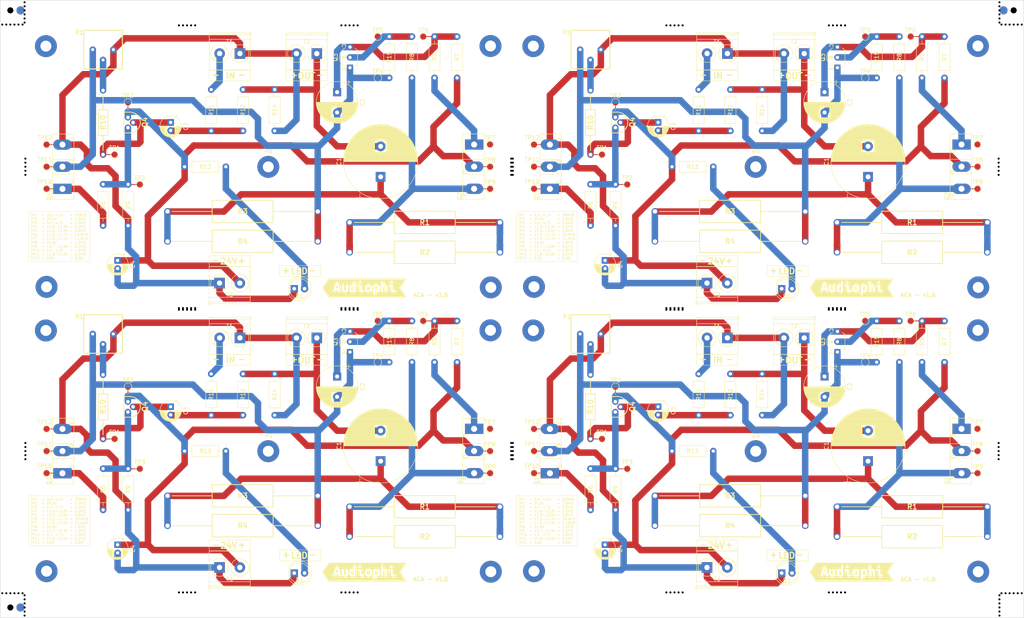
<source format=kicad_pcb>
(kicad_pcb (version 20240108) (generator "pcbnew") (generator_version "8.0")
  (layers (0 "F.Cu" signal) (31 "B.Cu" signal) (34 "B.Paste" user) (35 "F.Paste" user) (36 "B.SilkS" user "B.Silkscreen") (37 "F.SilkS" user "F.Silkscreen") (38 "B.Mask" user) (39 "F.Mask" user) (44 "Edge.Cuts" user))
  (net 0 "")
  (footprint "NPTH" (layer "F.Cu") (at 272 166)
    (property "Reference" "KiKit_MB_32_4" (hide yes))
    (property "Value" "NPTH" (hide yes))
  )
  (footprint "NPTH" (layer "F.Cu") (at 274 166)
    (property "Reference" "KiKit_MB_32_6" (hide yes))
    (property "Value" "NPTH" (hide yes))
  )
  (footprint "NPTH" (layer "F.Cu") (at 108.5 95.8)
    (property "Reference" "KiKit_MB_6_3" (hide yes))
    (property "Value" "NPTH" (hide yes))
  )
  (footprint "TestPoint:TestPoint_Pad_D1.5mm" (layer "F.Cu") (at 246.64 98.96)
    (property "Reference" "TP6")
    (property "Value" "17.2-17.7V")
  )
  (footprint "NPTH" (layer "F.Cu") (at 148.7 61)
    (property "Reference" "KiKit_MB_7_3" (hide yes))
    (property "Value" "NPTH" (hide yes))
  )
  (footprint "TestPoint:TestPoint_Pad_D1.5mm" (layer "F.Cu") (at 176.87 65.37)
    (property "Reference" "TP3")
    (property "Value" "4.1-4.7V")
  )
  (footprint "NPTH" (layer "F.Cu") (at 25 166)
    (property "Reference" "KiKit_MB_30_4" (hide yes))
    (property "Value" "NPTH" (hide yes))
  )
  (footprint "TestPoint:TestPoint_Pad_D1.5mm" (layer "F.Cu") (at 56.87 135.37)
    (property "Reference" "TP3")
    (property "Value" "4.1-4.7V")
  )
  (footprint "NPTH" (layer "F.Cu") (at 271 166)
    (property "Reference" "KiKit_MB_32_3" (hide yes))
    (property "Value" "NPTH" (hide yes))
  )
  (footprint "TestPoint:TestPoint_Pad_D1.5mm" (layer "F.Cu") (at 115.45 98.95)
    (property "Reference" "TP5")
    (property "Value" "12.3-12.6V")
  )
  (footprint "NPTH" (layer "F.Cu") (at 190.5 96.2)
    (property "Reference" "KiKit_MB_21_5" (hide yes))
    (property "Value" "NPTH" (hide yes))
  )
  (footprint "NPTH" (layer "F.Cu") (at 268.3 129)
    (property "Reference" "KiKit_MB_20_1" (hide yes))
    (property "Value" "NPTH" (hide yes))
  )
  (footprint "Capacitor_THT:CP_Radial_D5.0mm_P2.00mm" (layer "F.Cu") (at 171.4 84.06 -90)
    (property "Reference" "C4")
    (property "Value" "10uF, 25V")
  )
  (footprint "Resistor_THT:R_Axial_DIN0207_L6.3mm_D2.5mm_P10.16mm_Horizontal" (layer "F.Cu") (at 53.99 65.34 -90)
    (property "Reference" "R9")
    (property "Value" "1k Ω")
  )
  (footprint "MountingHole:MountingHole_2.7mm_Pad" (layer "F.Cu") (at 153.91 90.57)
    (property "Reference" "H7" (hide yes))
    (property "Value" "MountingHole_Pad")
  )
  (footprint "TestPoint:TestPoint_Pad_D1.5mm" (layer "F.Cu") (at 246.64 28.96)
    (property "Reference" "TP6")
    (property "Value" "17.2-17.7V")
  )
  (footprint "Samacsys:RESAD3700W85L1500D550" (layer "F.Cu") (at 108.5205 82.06)
    (property "Reference" "R2")
    (property "Value" "0.47 Ω, 3W, 5%" (hide yes))
  )
  (footprint "Samacsys:RESAD3700W85L1500D550" (layer "F.Cu") (at 183.6905 142.01)
    (property "Reference" "R3")
    (property "Value" "0.68 Ω, 3W, 5%" (hide yes))
  )
  (footprint "LED_THT:LED_D5.0mm" (layer "F.Cu") (at 214.89 161.03)
    (property "Reference" "D1")
    (property "Value" "LED_5mm")
  )
  (footprint "Resistor_THT:R_Axial_DIN0207_L6.3mm_D2.5mm_P10.16mm_Horizontal" (layer "F.Cu") (at 82.27 52.16 90)
    (property "Reference" "R12")
    (property "Value" "39.2k Ω")
  )
  (footprint "NPTH" (layer "F.Cu") (at 69.5 96.2)
    (property "Reference" "KiKit_MB_15_4" (hide yes))
    (property "Value" "NPTH" (hide yes))
  )
  (footprint "NPTH" (layer "F.Cu") (at 148.7 130)
    (property "Reference" "KiKit_MB_19_4" (hide yes))
    (property "Value" "NPTH" (hide yes))
  )
  (footprint "Samacsys:RESAD3700W85L1500D550" (layer "F.Cu") (at 108.5205 152.06)
    (property "Reference" "R2")
    (property "Value" "0.47 Ω, 3W, 5%" (hide yes))
  )
  (footprint "NPTH" (layer "F.Cu") (at 227.5 95.8)
    (property "Reference" "KiKit_MB_12_4" (hide yes))
    (property "Value" "NPTH" (hide yes))
  )
  (footprint "MountingHole:MountingHole_2.7mm_Pad" (layer "F.Cu") (at 153.75 101.31)
    (property "Reference" "H5" (hide yes))
    (property "Value" "MountingHole_Pad")
  )
  (footprint "Samacsys:RESAD3700W85L1500D550" (layer "F.Cu") (at 63.6905 142.01)
    (property "Reference" "R3")
    (property "Value" "0.68 Ω, 3W, 5%" (hide yes))
  )
  (footprint "PCM_Package_TO_SOT_THT_AKL:TO-247-3_Vertical_GDS" (layer "F.Cu") (at 139.17 125.53 -90)
    (property "Reference" "Q2")
    (property "Value" "IRFP240" (hide yes))
  )
  (footprint "Resistor_THT:R_Axial_DIN0207_L6.3mm_D2.5mm_P10.16mm_Horizontal" (layer "F.Cu") (at 254.98 109.12 90)
    (property "Reference" "R7")
    (property "Value" "10k Ω")
  )
  (footprint "NPTH" (layer "F.Cu") (at 230.5 96.2)
    (property "Reference" "KiKit_MB_22_5" (hide yes))
    (property "Value" "NPTH" (hide yes))
  )
  (footprint "NPTH" (layer "F.Cu") (at 268.3 131)
    (property "Reference" "KiKit_MB_20_3" (hide yes))
    (property "Value" "NPTH" (hide yes))
  )
  (footprint "kibuzzard-673FAD82" (layer "F.Cu") (at 112.16 160.83)
    (property "Reference" "kibuzzard-673FAD82" (hide yes))
    (property "Value" "G***" (hide yes))
  )
  (footprint "Capacitor_THT:CP_Radial_D5.0mm_P2.00mm" (layer "F.Cu") (at 171.4 154.06 -90)
    (property "Reference" "C4")
    (property "Value" "10uF, 25V")
  )
  (footprint "Resistor_THT:R_Axial_DIN0207_L6.3mm_D2.5mm_P10.16mm_Horizontal" (layer "F.Cu") (at 90.07 112 -90)
    (property "Reference" "R14")
    (property "Value" "1k Ω")
  )
  (footprint "Capacitor_THT:CP_Radial_D10.0mm_P5.00mm" (layer "F.Cu") (at 225.44 112.64 -90)
    (property "Reference" "C2")
    (property "Value" "1000uF, 16V")
  )
  (footprint "NPTH" (layer "F.Cu") (at 28.5 25.5)
    (property "Reference" "KiKit_MB_25_7" (hide yes))
    (property "Value" "NPTH" (hide yes))
  )
  (footprint "NPTH" (layer "F.Cu") (at 187.5 96.2)
    (property "Reference" "KiKit_MB_21_2" (hide yes))
    (property "Value" "NPTH" (hide yes))
  )
  (footprint "NPTH" (layer "F.Cu") (at 70.5 95.8)
    (property "Reference" "KiKit_MB_5_1" (hide yes))
    (property "Value" "NPTH" (hide yes))
  )
  (footprint "NPTH" (layer "F.Cu") (at 228.5 96.2)
    (property "Reference" "KiKit_MB_22_3" (hide yes))
    (property "Value" "NPTH" (hide yes))
  )
  (footprint "MountingHole:MountingHole_2.7mm_Pad" (layer "F.Cu") (at 88.5 131.03)
    (property "Reference" "H9")
    (property "Value" "MountingHole_Pad")
  )
  (footprint "Resistor_THT:R_Axial_DIN0207_L6.3mm_D2.5mm_P10.16mm_Horizontal" (layer "F.Cu") (at 210.07 42 -90)
    (property "Reference" "R14")
    (property "Value" "1k Ω")
  )
  (footprint "TestPoint:TestPoint_Pad_D1.5mm" (layer "F.Cu") (at 173.95 115.16)
    (property "Reference" "TP2")
    (property "Value" "24V")
  )
  (footprint "TestPoint:TestPoint_Pad_D1.5mm" (layer "F.Cu") (at 53.95 115.16)
    (property "Reference" "TP2")
    (property "Value" "24V")
  )
  (footprint "MountingHole:MountingHole_2.7mm_Pad" (layer "F.Cu") (at 153.91 160.57)
    (property "Reference" "H7" (hide yes))
    (property "Value" "MountingHole_Pad")
  )
  (footprint "Resistor_THT:R_Axial_DIN0207_L6.3mm_D2.5mm_P10.16mm_Horizontal" (layer "F.Cu") (at 53.99 135.34 -90)
    (property "Reference" "R9")
    (property "Value" "1k Ω")
  )
  (footprint "NPTH" (layer "F.Cu") (at 148.7 133)
    (property "Reference" "KiKit_MB_19_1" (hide yes))
    (property "Value" "NPTH" (hide yes))
  )
  (footprint "NPTH" (layer "F.Cu") (at 273 166)
    (property "Reference" "KiKit_MB_32_5" (hide yes))
    (property "Value" "NPTH" (hide yes))
  )
  (footprint "TestPoint:TestPoint_Pad_D1.5mm" (layer "F.Cu") (at 33.91 125.55)
    (property "Reference" "TP12")
    (property "Value" "0V/0Ω")
  )
  (footprint "NPTH" (layer "F.Cu") (at 68.5 26.2)
    (property "Reference" "KiKit_MB_3_3" (hide yes))
    (property "Value" "NPTH" (hide yes))
  )
  (footprint "TestPoint:TestPoint_Pad_D1.5mm" (layer "F.Cu") (at 143.11 131)
    (property "Reference" "TP8")
    (property "Value" "24V")
  )
  (footprint "PCM_Package_TO_SOT_THT_AKL:TO-92_Inline_Wide_EBC" (layer "F.Cu") (at 108.61 106.62 90)
    (property "Reference" "Q3")
    (property "Value" "ZTX450" (hide yes))
  )
  (footprint "NPTH" (layer "F.Cu") (at 110.5 95.8)
    (property "Reference" "KiKit_MB_6_1" (hide yes))
    (property "Value" "NPTH" (hide yes))
  )
  (footprint "TerminalBlock_Phoenix:TerminalBlock_Phoenix_PT-1,5-2-5.0-H_1x02_P5.00mm_Horizontal" (layer "F.Cu") (at 100.44 103.14 180)
    (property "Reference" "T2")
    (property "Value" "OUT_L_P5.00mm")
  )
  (footprint "NPTH" (layer "F.Cu") (at 68.5 95.8)
    (property "Reference" "KiKit_MB_5_3" (hide yes))
    (property "Value" "NPTH" (hide yes))
  )
  (footprint "Resistor_THT:R_Axial_DIN0207_L6.3mm_D2.5mm_P10.16mm_Horizontal" (layer "F.Cu") (at 243.87 98.96 -90)
    (property "Reference" "R8")
    (property "Value" "1k Ω")
  )
  (footprint "TerminalBlock_Phoenix:TerminalBlock_Phoenix_PT-1,5-2-5.0-H_1x02_P5.00mm_Horizontal" (layer "F.Cu") (at 76.5 89.65)
    (property "Reference" "T3")
    (property "Value" "S+24V_IN_L_P5.00mm")
  )
  (footprint "Capacitor_THT:CP_Radial_D10.0mm_P5.00mm" (layer "F.Cu") (at 105.44 42.64 -90)
    (property "Reference" "C2")
    (property "Value" "1000uF, 16V")
  )
  (footprint "NPTH" (layer "F.Cu") (at 28.5 170.5)
    (property "Reference" "KiKit_MB_27_5" (hide yes))
    (property "Value" "NPTH" (hide yes))
  )
  (footprint "TerminalBlock_Phoenix:TerminalBlock_Phoenix_PT-1,5-2-5.0-H_1x02_P5.00mm_Horizontal" (layer "F.Cu") (at 196.5 159.65)
    (property "Reference" "T3")
    (property "Value" "S+24V_IN_L_P5.00mm")
  )
  (footprint "MountingHole:MountingHole_2.7mm_Pad" (layer "F.Cu") (at 153.75 31.31)
    (property "Reference" "H5" (hide yes))
    (property "Value" "MountingHole_Pad")
  )
  (footprint "Capacitor_THT:CP_Radial_D5.0mm_P2.00mm" (layer "F.Cu") (at 51.4 84.06 -90)
    (property "Reference" "C4")
    (property "Value" "10uF, 25V")
  )
  (footprint "TerminalBlock_Phoenix:TerminalBlock_Phoenix_PT-1,5-2-5.0-H_1x02_P5.00mm_Horizontal" (layer "F.Cu") (at 196.5 89.65)
    (property "Reference" "T3")
    (property "Value" "S+24V_IN_L_P5.00mm")
  )
  (footprint "NPTH" (layer "F.Cu") (at 190.5 26.2)
    (property "Reference" "KiKit_MB_9_5" (hide yes))
    (property "Value" "NPTH" (hide yes))
  )
  (footprint "NPTH" (layer "F.Cu") (at 28.7 63)
    (property "Reference" "KiKit_MB_1_1" (hide yes))
    (property "Value" "NPTH" (hide yes))
  )
  (footprint "NPTH" (layer "F.Cu") (at 228.5 165.8)
    (property "Reference" "KiKit_MB_24_3" (hide yes))
    (property "Value" "NPTH" (hide yes))
  )
  (footprint "NPTH" (layer "F.Cu") (at 187.5 95.8)
    (property "Reference" "KiKit_MB_11_4" (hide yes))
    (property "Value" "NPTH" (hide yes))
  )
  (footprint "NPTH" (layer "F.Cu") (at 110.5 96.2)
    (property "Reference" "KiKit_MB_16_5" (hide yes))
    (property "Value" "NPTH" (hide yes))
  )
  (footprint "MountingHole:MountingHole_2.7mm_Pad" (layer "F.Cu") (at 88.5 61.03)
    (property "Reference" "H9")
    (property "Value" "MountingHole_Pad")
  )
  (footprint "NPTH" (layer "F.Cu") (at 148.7 59)
    (property "Reference" "KiKit_MB_7_5" (hide yes))
    (property "Value" "NPTH" (hide yes))
  )
  (footprint "PCM_Package_TO_SOT_THT_AKL:TO-247-3_Vertical_GDS" (layer "F.Cu") (at 139.17 55.53 -90)
    (property "Reference" "Q2")
    (property "Value" "IRFP240" (hide yes))
  )
  (footprint "TestPoint:TestPoint_Pad_D1.5mm" (layer "F.Cu") (at 115.45 28.95)
    (property "Reference" "TP5")
    (property "Value" "12.3-12.6V")
  )
  (footprint "NPTH" (layer "F.Cu") (at 148.7 62)
    (property "Reference" "KiKit_MB_7_2" (hide yes))
    (property "Value" "NPTH" (hide yes))
  )
  (footprint "TestPoint:TestPoint_Pad_D1.5mm" (layer "F.Cu") (at 153.92 66.43)
    (property "Reference" "TP10")
    (property "Value" "4.1-4.7V")
  )
  (footprint "Resistor_THT:R_Axial_DIN0207_L6.3mm_D2.5mm_P10.16mm_Horizontal" (layer "F.Cu") (at 82.27 122.16 90)
    (property "Reference" "R12")
    (property "Value" "39.2k Ω")
  )
  (footprint "NPTH" (layer "F.Cu") (at 188.5 95.8)
    (property "Reference" "KiKit_MB_11_3" (hide yes))
    (property "Value" "NPTH" (hide yes))
  )
  (footprint "NPTH" (layer "F.Cu") (at 69.5 165.8)
    (property "Reference" "KiKit_MB_17_2" (hide yes))
    (property "Value" "NPTH" (hide yes))
  )
  (footprint "NPTH" (layer "F.Cu") (at 189.5 165.8)
    (property "Reference" "KiKit_MB_23_2" (hide yes))
    (property "Value" "NPTH" (hide yes))
  )
  (footprint "Resistor_THT:R_Axial_DIN0207_L6.3mm_D2.5mm_P10.16mm_Horizontal" (layer "F.Cu") (at 167.83 135.32 -90)
    (property "Reference" "R6")
    (property "Value" "100 Ω")
  )
  (footprint "NPTH" (layer "F.Cu") (at 148.3 131)
    (property "Reference" "KiKit_MB_14_3" (hide yes))
    (property "Value" "NPTH" (hide yes))
  )
  (footprint "NPTH" (layer "F.Cu") (at 268.3 59)
    (property "Reference" "KiKit_MB_8_1" (hide yes))
    (property "Value" "NPTH" (hide yes))
  )
  (footprint "NPTH" (layer "F.Cu") (at 28.5 20.5)
    (property "Reference" "KiKit_MB_25_2" (hide yes))
    (property "Value" "NPTH" (hide yes))
  )
  (footprint "Capacitor_THT:CP_Radial_D10.0mm_P5.00mm" (layer "F.Cu") (at 105.44 112.64 -90)
    (property "Reference" "C2")
    (property "Value" "1000uF, 16V")
  )
  (footprint "NPTH" (layer "F.Cu") (at 188.5 165.8)
    (property "Reference" "KiKit_MB_23_3" (hide yes))
    (property "Value" "NPTH" (hide yes))
  )
  (footprint "PCM_Package_TO_SOT_THT_AKL:TO-247-3_Vertical_GDS" (layer "F.Cu") (at 157.83 136.45 90)
    (property "Reference" "Q1")
    (property "Value" "IRFP240" (hide yes))
  )
  (footprint "NPTH" (layer "F.Cu") (at 106.5 26.2)
    (property "Reference" "KiKit_MB_4_1" (hide yes))
    (property "Value" "NPTH" (hide yes))
  )
  (footprint "PCM_Capacitor_THT_AKL:CP_Radial_D18.0mm_P7.50mm" (layer "F.Cu") (at 236.16 63.48 90)
    (property "Reference" "C1")
    (property "Value" "3300uF, 50V" (hide yes))
  )
  (footprint "Capacitor_THT:CP_Radial_D5.0mm_P2.00mm" (layer "F.Cu") (at 51.4 154.06 -90)
    (property "Reference" "C4")
    (property "Value" "10uF, 25V")
  )
  (footprint "Samacsys:2SK170" (layer "F.Cu") (at 53.94 118.84 -90)
    (property "Reference" "Q4")
    (property "Value" "2SK170" (hide yes))
  )
  (footprint "NPTH" (layer "F.Cu") (at 268.3 62)
    (property "Reference" "KiKit_MB_8_4" (hide yes))
    (property "Value" "NPTH" (hide yes))
  )
  (footprint "NPTH" (layer "F.Cu") (at 268.5 25.5)
    (property "Reference" "KiKit_MB_26_7" (hide yes))
    (property "Value" "NPTH" (hide yes))
  )
  (footprint "NPTH" (layer "F.Cu") (at 268.5 171.5)
    (property "Reference" "KiKit_MB_28_6" (hide yes))
    (property "Value" "NPTH" (hide yes))
  )
  (footprint "TestPoint:TestPoint_Pad_D1.5mm" (layer "F.Cu") (at 153.92 136.43)
    (property "Reference" "TP10")
    (property "Value" "4.1-4.7V")
  )
  (footprint "LED_THT:LED_D5.0mm" (layer "F.Cu") (at 94.89 91.03)
    (property "Reference" "D1")
    (property "Value" "LED_5mm")
  )
  (footprint "TestPoint:TestPoint_Pad_D1.5mm" (layer "F.Cu") (at 33.91 55.55)
    (property "Reference" "TP12")
    (property "Value" "0V/0Ω")
  )
  (footprint "NPTH" (layer "F.Cu") (at 70.5 96.2)
    (property "Reference" "KiKit_MB_15_5" (hide yes))
    (property "Value" "NPTH" (hide yes))
  )
  (footprint "NPTH" (layer "F.Cu") (at 272 26)
    (property "Reference" "KiKit_MB_31_4" (hide yes))
    (property "Value" "NPTH" (hide yes))
  )
  (footprint "NPTH" (layer "F.Cu") (at 68.5 96.2)
    (property "Reference" "KiKit_MB_15_3" (hide yes))
    (property "Value" "NPTH" (hide yes))
  )
  (footprint "TerminalBlock_Phoenix:TerminalBlock_Phoenix_PT-1,5-2-5.0-H_1x02_P5.00mm_Horizontal" (layer "F.Cu") (at 81.52 33.13 180)
    (property "Reference" "T1")
    (property "Value" "IN_L_P5.00mm")
  )
  (footprint "Resistor_THT:R_Axial_DIN0207_L6.3mm_D2.5mm_P10.16mm_Horizontal" (layer "F.Cu") (at 238.28 28.96 -90)
    (property "Reference" "R15")
    (property "Value" "2.21k Ω")
  )
  (footprint "NPTH" (layer "F.Cu") (at 273 26)
    (property "Reference" "KiKit_MB_31_5" (hide yes))
    (property "Value" "NPTH" (hide yes))
  )
  (footprint "NPTH" (layer "F.Cu") (at 268.3 130)
    (property "Reference" "KiKit_MB_20_2" (hide yes))
    (property "Value" "NPTH" (hide yes))
  )
  (footprint "NPTH" (layer "F.Cu") (at 28.7 129)
    (property "Reference" "KiKit_MB_13_5" (hide yes))
    (property "Value" "NPTH" (hide yes))
  )
  (footprint "MountingHole:MountingHole_2.7mm_Pad" (layer "F.Cu") (at 33.75 31.31)
    (property "Reference" "H5" (hide yes))
    (property "Value" "MountingHole_Pad")
  )
  (footprint "NPTH" (layer "F.Cu") (at 24 26)
    (property "Reference" "KiKit_MB_29_3" (hide yes))
    (property "Value" "NPTH" (hide yes))
  )
  (footprint "NPTH" (layer "F.Cu") (at 271 26)
    (property "Reference" "KiKit_MB_31_3" (hide yes))
    (property "Value" "NPTH" (hide yes))
  )
  (footprint "Resistor_THT:R_Axial_DIN0207_L6.3mm_D2.5mm_P10.16mm_Horizontal" (layer "F.Cu") (at 67.89 61)
    (property "Reference" "R13")
    (property "Value" "10k Ω")
  )
  (footprint "PCM_Package_TO_SOT_THT_AKL:TO-92_Inline_Wide_EBC" (layer "F.Cu") (at 108.61 36.62 90)
    (property "Reference" "Q3")
    (property "Value" "ZTX450" (hide yes))
  )
  (footprint "PCM_Package_TO_SOT_THT_AKL:TO-92_Inline_Wide_EBC" (layer "F.Cu") (at 228.61 106.62 90)
    (property "Reference" "Q3")
    (property "Value" "ZTX450" (hide yes))
  )
  (footprint "NPTH" (layer "F.Cu") (at 268.3 60)
    (property "Reference" "KiKit_MB_8_2" (hide yes))
    (property "Value" "NPTH" (hide yes))
  )
  (footprint "Resistor_THT:R_Axial_DIN0207_L6.3mm_D2.5mm_P10.16mm_Horizontal" (layer "F.Cu") (at 123.87 28.96 -90)
    (property "Reference" "R8")
    (property "Value" "1k Ω")
  )
  (footprint "NPTH" (layer "F.Cu") (at 28.5 171.5)
    (property "Reference" "KiKit_MB_27_6" (hide yes))
    (property "Value" "NPTH" (hide yes))
  )
  (footprint "NPTH" (layer "F.Cu") (at 67.5 165.8)
    (property "Reference" "KiKit_MB_17_4" (hide yes))
    (property "Value" "NPTH" (hide yes))
  )
  (footprint "TestPoint:TestPoint_Pad_D1.5mm" (layer "F.Cu") (at 235.46 39.12)
    (property "Reference" "TP4")
    (property "Value" "11.8-12V")
  )
  (footprint "Samacsys:RESAD3700W85L1500D550" (layer "F.Cu") (at 63.6905 72.01)
    (property "Reference" "R3")
    (property "Value" "0.68 Ω, 3W, 5%" (hide yes))
  )
  (footprint "NPTH" (layer "F.Cu") (at 186.5 95.8)
    (property "Reference" "KiKit_MB_11_5" (hide yes))
    (property "Value" "NPTH" (hide yes))
  )
  (footprint "NPTH" (layer "F.Cu") (at 148.7 60)
    (property "Reference" "KiKit_MB_7_4" (hide yes))
    (property "Value" "NPTH" (hide yes))
  )
  (footprint "NPTH" (layer "F.Cu") (at 229.5 26.2)
    (property "Reference" "KiKit_MB_10_4" (hide yes))
    (property "Value" "NPTH" (hide yes))
  )
  (footprint "NPTH" (layer "F.Cu") (at 28.5 23.5)
    (property "Reference" "KiKit_MB_25_5" (hide yes))
    (property "Value" "NPTH" (hide yes))
  )
  (footprint "NPTH" (layer "F.Cu") (at 148.3 61)
    (property "Reference" "KiKit_MB_2_3" (hide yes))
    (property "Value" "NPTH" (hide yes))
  )
  (footprint "NPTH" (layer "F.Cu") (at 268.5 24.5)
    (property "Reference" "KiKit_MB_26_6" (hide yes))
    (property "Value" "NPTH" (hide yes))
  )
  (footprint "Samacsys:RESAD3700W85L1500D550" (layer "F.Cu") (at 228.5205 82.06)
    (property "Reference" "R2")
    (property "Value" "0.47 Ω, 3W, 5%" (hide yes))
  )
  (footprint "NPTH" (layer "F.Cu") (at 229.5 165.8)
    (property "Reference" "KiKit_MB_24_2" (hide yes))
    (property "Value" "NPTH" (hide yes))
  )
  (footprint "NPTH" (layer "F.Cu") (at 28.7 130)
    (property "Reference" "KiKit_MB_13_4" (hide yes))
    (property "Value" "NPTH" (hide yes))
  )
  (footprint "NPTH" (layer "F.Cu") (at 189.5 95.8)
    (property "Reference" "KiKit_MB_11_2" (hide yes))
    (property "Value" "NPTH" (hide yes))
  )
  (footprint "MountingHole:MountingHole_2.7mm_Pad" (layer "F.Cu") (at 208.5 61.03)
    (property "Reference" "H9")
    (property "Value" "MountingHole_Pad")
  )
  (footprint "NPTH" (layer "F.Cu") (at 109.5 165.8)
    (property "Reference" "KiKit_MB_18_2" (hide yes))
    (property "Value" "NPTH" (hide yes))
  )
  (footprint "Resistor_THT:R_Axial_DIN0207_L6.3mm_D2.5mm_P10.16mm_Horizontal" (layer "F.Cu") (at 254.98 39.12 90)
    (property "Reference" "R7")
    (property "Value" "10k Ω")
  )
  (footprint "NPTH" (layer "F.Cu") (at 25 169.5)
    (property "Reference" "KiKit_TO_3" (hide yes))
    (property "Value" "NPTH" (hide yes))
  )
  (footprint "NPTH" (layer "F.Cu") (at 28.7 132)
    (property "Reference" "KiKit_MB_13_2" (hide yes))
    (property "Value" "NPTH" (hide yes))
  )
  (footprint "Resistor_THT:R_Axial_DIN0207_L6.3mm_D2.5mm_P10.16mm_Horizontal" (layer "F.Cu") (at 129.43 28.96 -90)
    (property "Reference" "R5")
    (property "Value" "100 Ω")
  )
  (footprint "Resistor_THT:R_Axial_DIN0207_L6.3mm_D2.5mm_P10.16mm_Horizontal" (layer "F.Cu") (at 238.28 98.96 -90)
    (property "Reference" "R15")
    (property "Value" "2.21k Ω")
  )
  (footprint "MountingHole:MountingHole_2.7mm_Pad" (layer "F.Cu") (at 33.75 101.31)
    (property "Reference" "H5" (hide yes))
    (property "Value" "MountingHole_Pad")
  )
  (footprint "NPTH" (layer "F.Cu") (at 66.5 26.2)
    (property "Reference" "KiKit_MB_3_1" (hide yes))
    (property "Value" "NPTH" (hide yes))
  )
  (footprint "NPTH" (layer "F.Cu") (at 66.5 96.2)
    (property "Reference" "KiKit_MB_15_1" (hide yes))
    (property "Value" "NPTH" (hide yes))
  )
  (footprint "TestPoint:TestPoint_Pad_D1.5mm" (layer "F.Cu") (at 235.45 28.95)
    (property "Reference" "TP5")
    (property "Value" "12.3-12.6V")
  )
  (footprint "Resistor_THT:R_Axial_DIN0207_L6.3mm_D2.5mm_P10.16mm_Horizontal" (layer "F.Cu") (at 47.83 135.32 -90)
    (property "Reference" "R6")
    (property "Value" "100 Ω")
  )
  (footprint "NPTH" (layer "F.Cu") (at 268.3 132)
    (property "Reference" "KiKit_MB_20_4" (hide yes))
    (property "Value" "NPTH" (hide yes))
  )
  (footprint "NPTH" (layer "F.Cu") (at 226.5 26.2)
    (property "Reference" "KiKit_MB_10_1" (hide yes))
    (property "Value" "NPTH" (hide yes))
  )
  (footprint "NPTH" (layer "F.Cu") (at 67.5 96.2)
    (property "Reference" "KiKit_MB_15_2" (hide yes))
    (property "Value" "NPTH" (hide yes))
  )
  (footprint "NPTH" (layer "F.Cu") (at 110.5 165.8)
    (property "Reference" "KiKit_MB_18_1" (hide yes))
    (property "Value" "NPTH" (hide yes))
  )
  (footprint "NPTH" (layer "F.Cu") (at 188.5 26.2)
    (property "Reference" "KiKit_MB_9_3" (hide yes))
    (property "Value" "NPTH" (hide yes))
  )
  (footprint "TestPoint:TestPoint_Pad_D1.5mm" (layer "F.Cu") (at 33.92 61)
    (property "Reference" "TP11")
    (property "Value" "11.8-12V/5.2KΩ")
  )
  (footprint "Samacsys:2SK170" (layer "F.Cu") (at 53.94 48.84 -90)
    (property "Reference" "Q4")
    (property "Value" "2SK170" (hide yes))
  )
  (footprint "Resistor_THT:R_Axial_DIN0207_L6.3mm_D2.5mm_P10.16mm_Horizontal" (layer "F.Cu") (at 47.83 65.32 -90)
    (property "Reference" "R6")
    (property "Value" "100 Ω")
  )
  (footprint "Resistor_THT:R_Axial_DIN0207_L6.3mm_D2.5mm_P10.16mm_Horizontal" (layer "F.Cu") (at 134.98 109.12 90)
    (property "Reference" "R7")
    (property "Value" "10k Ω")
  )
  (footprint "NPTH" (layer "F.Cu") (at 189.5 26.2)
    (property "Reference" "KiKit_MB_9_4" (hide yes))
    (property "Value" "NPTH" (hide yes))
  )
  (footprint "Samacsys:RESAD3700W85L1500D550" (layer "F.Cu") (at 63.6905 79.37)
    (property "Reference" "R4")
    (property "Value" "0.68 Ω, 3W, 5%" (hide yes))
  )
  (footprint "NPTH" (layer "F.Cu") (at 269 26)
    (property "Reference" "KiKit_MB_31_1" (hide yes))
    (property "Value" "NPTH" (hide yes))
  )
  (footprint "Samacsys:RESAD3700W85L1500D550" (layer "F.Cu") (at 108.5205 74.7)
    (property "Reference" "R1")
    (property "Value" "0.47 Ω, 3W, 5%" (hide yes))
  )
  (footprint "NPTH" (layer "F.Cu") (at 274 26)
    (property "Reference" "KiKit_MB_31_6" (hide yes))
    (property "Value" "NPTH" (hide yes))
  )
  (footprint "Resistor_THT:R_Axial_DIN0207_L6.3mm_D2.5mm_P10.16mm_Horizontal" (layer "F.Cu") (at 173.99 65.34 -90)
    (property "Reference" "R9")
    (property "Value" "1k Ω")
  )
  (footprint "NPTH" (layer "F.Cu") (at 230.5 95.8)
    (property "Reference" "KiKit_MB_12_1" (hide yes))
    (property "Value" "NPTH" (hide yes))
  )
  (footprint "NPTH" (layer "F.Cu") (at 148.3 63)
    (property "Reference" "KiKit_MB_2_5" (hide yes))
    (property "Value" "NPTH" (hide yes))
  )
  (footprint "TerminalBlock_Phoenix:TerminalBlock_Phoenix_PT-1,5-2-5.0-H_1x02_P5.00mm_Horizontal" (layer "F.Cu") (at 220.44 103.14 180)
    (property "Reference" "T2")
    (property "Value" "OUT_L_P5.00mm")
  )
  (footprint "NPTH" (layer "F.Cu") (at 110.5 26.2)
    (property "Reference" "KiKit_MB_4_5" (hide yes))
    (property "Value" "NPTH" (hide yes))
  )
  (footprint "NPTH" (layer "F.Cu") (at 226.5 96.2)
    (property "Reference" "KiKit_MB_22_1" (hide yes))
    (property "Value" "NPTH" (hide yes))
  )
  (footprint "NPTH" (layer "F.Cu") (at 228.5 95.8)
    (property "Reference" "KiKit_MB_12_3" (hide yes))
    (property "Value" "NPTH" (hide yes))
  )
  (footprint "Resistor_THT:R_Axial_DIN0207_L6.3mm_D2.5mm_P10.16mm_Horizontal" (layer "F.Cu") (at 129.43 98.96 -90)
    (property "Reference" "R5")
    (property "Value" "100 Ω")
  )
  (footprint "NPTH" (layer "F.Cu") (at 186.5 165.8)
    (property "Reference" "KiKit_MB_23_5" (hide yes))
    (property "Value" "NPTH" (hide yes))
  )
  (footprint "kibuzzard-673FAD82" (layer "F.Cu") (at 232.16 160.83)
    (property "Reference" "kibuzzard-673FAD82" (hide yes))
    (property "Value" "G***" (hide yes))
  )
  (footprint "Fiducial" (layer "F.Cu") (at 27.5 22.5)
    (property "Reference" "KiKit_FID_T_1" (hide yes))
    (property "Value" "Fiducial" (hide yes))
  )
  (footprint "MountingHole:MountingHole_2.7mm_Pad" (layer "F.Cu") (at 263.28 90.7)
    (property "Reference" "H8" (hide yes))
    (property "Value" "MountingHole_Pad")
  )
  (footprint "NPTH" (layer "F.Cu") (at 68.5 165.8)
    (property "Reference" "KiKit_MB_17_3" (hide yes))
    (property "Value" "NPTH" (hide yes))
  )
  (footprint "Resistor_THT:R_Axial_DIN0207_L6.3mm_D2.5mm_P10.16mm_Horizontal" (layer "F.Cu") (at 202.27 122.16 90)
    (property "Reference" "R12")
    (property "Value" "39.2k Ω")
  )
  (footprint "NPTH" (layer "F.Cu") (at 148.7 132)
    (property "Reference" "KiKit_MB_19_2" (hide yes))
    (property "Value" "NPTH" (hide yes))
  )
  (footprint "NPTH" (layer "F.Cu") (at 109.5 26.2)
    (property "Reference" "KiKit_MB_4_4" (hide yes))
    (property "Value" "NPTH" (hide yes))
  )
  (footprint "NPTH" (layer "F.Cu") (at 227.5 26.2)
    (property "Reference" "KiKit_MB_10_2" (hide yes))
    (property "Value" "NPTH" (hide yes))
  )
  (footprint "Samacsys:2SK170" (layer "F.Cu") (at 173.94 118.84 -90)
    (property "Reference" "Q4")
    (property "Value" "2SK170" (hide yes))
  )
  (footprint "NPTH" (layer "F.Cu") (at 228.5 26.2)
    (property "Reference" "KiKit_MB_10_3" (hide yes))
    (property "Value" "NPTH" (hide yes))
  )
  (footprint "Resistor_THT:R_Axial_DIN0207_L6.3mm_D2.5mm_P10.16mm_Horizontal" (layer "F.Cu") (at 194.45 42 -90)
    (property "Reference" "R11")
    (property "Value" "10k Ω")
  )
  (footprint "Resistor_THT:R_Axial_DIN0207_L6.3mm_D2.5mm_P10.16mm_Horizontal" (layer "F.Cu") (at 249.43 98.96 -90)
    (property "Reference" "R5")
    (property "Value" "100 Ω")
  )
  (footprint "NPTH" (layer "F.Cu") (at 28.5 167.5)
    (property "Reference" "KiKit_MB_27_2" (hide yes))
    (property "Value" "NPTH" (hide yes))
  )
  (footprint "TestPoint:TestPoint_Pad_D1.5mm" (layer "F.Cu") (at 115.46 39.12)
    (property "Reference" "TP4")
    (property "Value" "11.8-12V")
  )
  (footprint "NPTH" (layer "F.Cu") (at 106.5 165.8)
    (property "Reference" "KiKit_MB_18_5" (hide yes))
    (property "Value" "NPTH" (hide yes))
  )
  (footprint "NPTH" (layer "F.Cu") (at 268.3 133)
    (property "Reference" "KiKit_MB_20_5" (hide yes))
    (property "Value" "NPTH" (hide yes))
  )
  (footprint "MountingHole:MountingHole_2.7mm_Pad" (layer "F.Cu") (at 143.2 101.27)
    (property "Reference" "H6" (hide yes))
    (property "Value" "MountingHole_Pad")
  )
  (footprint "Resistor_THT:R_Axial_DIN0207_L6.3mm_D2.5mm_P10.16mm_Horizontal" (layer "F.Cu") (at 118.28 28.96 -90)
    (property "Reference" "R15")
    (property "Value" "2.21k Ω")
  )
  (footprint "Samacsys:RESAD1575W64L635D235" (layer "F.Cu") (at 47.82 42.2105 -90)
    (property "Reference" "R10")
    (property "Value" "332K Ω" (hide yes))
  )
  (footprint "LED_THT:LED_D5.0mm" (layer "F.Cu") (at 214.89 91.03)
    (property "Reference" "D1")
    (property "Value" "LED_5mm")
  )
  (footprint "Resistor_THT:R_Axial_DIN0207_L6.3mm_D2.5mm_P10.16mm_Horizontal" (layer "F.Cu") (at 118.28 98.96 -90)
    (property "Reference" "R15")
    (property "Value" "2.21k Ω")
  )
  (footprint "NPTH" (layer "F.Cu") (at 106.5 95.8)
    (property "Reference" "KiKit_MB_6_5" (hide yes))
    (property "Value" "NPTH" (hide yes))
  )
  (footprint "NPTH" (layer "F.Cu") (at 272 22.5)
    (property "Reference" "KiKit_TO_2" (hide yes))
    (property "Value" "NPTH" (hide yes))
  )
  (footprint "Resistor_THT:R_Axial_DIN0207_L6.3mm_D2.5mm_P10.16mm_Horizontal" (layer "F.Cu") (at 90.07 42 -90)
    (property "Reference" "R14")
    (property "Value" "1k Ω")
  )
  (footprint "PCM_Package_TO_SOT_THT_AKL:TO-247-3_Vertical_GDS" (layer "F.Cu") (at 157.83 66.45 90)
    (property "Reference" "Q1")
    (property "Value" "IRFP240" (hide yes))
  )
  (footprint "PCM_Capacitor_THT_AKL:CP_Radial_D18.0mm_P7.50mm" (layer "F.Cu") (at 116.16 63.48 90)
    (property "Reference" "C1")
    (property "Value" "3300uF, 50V" (hide yes))
  )
  (footprint "TestPoint:TestPoint_Pad_D1.5mm" (layer "F.Cu") (at 170.66 128.01)
    (property "Reference" "TP1")
    (property "Value" "3.5-4.1V")
  )
  (footprint "Resistor_THT:R_Axial_DIN0207_L6.3mm_D2.5mm_P10.16mm_Horizontal" (layer "F.Cu") (at 194.45 112 -90)
    (property "Reference" "R11")
    (property "Value" "10k Ω")
  )
  (footprint "TestPoint:TestPoint_Pad_D1.5mm" (layer "F.Cu") (at 173.95 45.16)
    (property "Reference" "TP2")
    (property "Value" "24V")
  )
  (footprint "NPTH" (layer "F.Cu") (at 148.3 132)
    (property "Reference" "KiKit_MB_14_4" (hide yes))
    (property "Value" "NPTH" (hide yes))
  )
  (footprint "PCM_Package_TO_SOT_THT_AKL:TO-247-3_Vertical_GDS" (layer "F.Cu") (at 259.17 55.53 -90)
    (property "Reference" "Q2")
    (property "Value" "IRFP240" (hide yes))
  )
  (footprint "NPTH" (layer "F.Cu") (at 227.5 96.2)
    (property "Reference" "KiKit_MB_22_2" (hide yes))
    (property "Value" "NPTH" (hide yes))
  )
  (footprint "NPTH" (layer "F.Cu") (at 28.7 59)
    (property "Reference" "KiKit_MB_1_5" (hide yes))
    (property "Value" "NPTH" (hide yes))
  )
  (footprint "TestPoint:TestPoint_Pad_D1.5mm" (layer "F.Cu") (at 153.91 125.55)
    (property "Reference" "TP12")
    (property "Value" "0V/0Ω")
  )
  (footprint "TestPoint:TestPoint_Pad_D1.5mm" (layer "F.Cu") (at 33.92 136.43)
    (property "Reference" "TP10")
    (property "Value" "4.1-4.7V")
  )
  (footprint "TestPoint:TestPoint_Pad_D1.5mm" (layer "F.Cu") (at 50.66 128.01)
    (property "Reference" "TP1")
    (property "Value" "3.5-4.1V")
  )
  (footprint "NPTH" (layer "F.Cu") (at 268.3 61)
    (property "Reference" "KiKit_MB_8_3" (hide yes))
    (property "Value" "NPTH" (hide yes))
  )
  (footprint "TestPoint:TestPoint_Pad_D1.5mm" (layer "F.Cu") (at 143.09 55.52)
    (property "Reference" "TP7")
    (property "Value" "17.0-17.2V")
  )
  (footprint "NPTH" (layer "F.Cu") (at 148.3 129)
    (property "Reference" "KiKit_MB_14_1" (hide yes))
    (property "Value" "NPTH" (hide yes))
  )
  (footprint "NPTH" (layer "F.Cu") (at 190.5 95.8)
    (property "Reference" "KiKit_MB_11_1" (hide yes))
    (property "Value" "NPTH" (hide yes))
  )
  (footprint "NPTH" (layer "F.Cu") (at 148.7 63)
    (property "Reference" "KiKit_MB_7_1" (hide yes))
    (property "Value" "NPTH" (hide yes))
  )
  (footprint "NPTH" (layer "F.Cu") (at 28 26)
    (property "Reference" "KiKit_MB_29_7" (hide yes))
    (property "Value" "NPTH" (hide yes))
  )
  (footprint "NPTH" (layer "F.Cu") (at 23 166)
    (property "Reference" "KiKit_MB_30_2" (hide yes))
    (property "Value" "NPTH" (hide yes))
  )
  (footprint "Samacsys:RESAD1575W64L635D235" (layer "F.Cu") (at 167.82 42.2105 -90)
    (property "Reference" "R10")
    (property "Value" "332K Ω" (hide yes))
  )
  (footprint "Resistor_THT:R_Axial_DIN0207_L6.3mm_D2.5mm_P10.16mm_Horizontal" (layer "F.Cu") (at 134.98 39.12 90)
    (property "Reference" "R7")
    (property "Value" "10k Ω")
  )
  (footprint "Resistor_THT:R_Axial_DIN0207_L6.3mm_D2.5mm_P10.16mm_Horizontal" (layer "F.Cu") (at 202.27 52.16 90)
    (property "Reference" "R12")
    (property "Value" "39.2k Ω")
  )
  (footprint "NPTH" (layer "F.Cu") (at 109.5 96.2)
    (property "Reference" "KiKit_MB_16_4" (hide yes))
    (property "Value" "NPTH" (hide yes))
  )
  (footprint "TestPoint:TestPoint_Pad_D1.5mm" (layer "F.Cu") (at 153.92 61)
    (property "Reference" "TP11")
    (property "Value" "11.8-12V/5.2KΩ")
  )
  (footprint "Resistor_THT:R_Axial_DIN0207_L6.3mm_D2.5mm_P10.16mm_Horizontal" (layer "F.Cu") (at 243.87 28.96 -90)
    (property "Reference" "R8")
    (property "Value" "1k Ω")
  )
  (footprint "NPTH" (layer "F.Cu") (at 229.5 96.2)
    (property "Reference" "KiKit_MB_22_4" (hide yes))
    (property "Value" "NPTH" (hide yes))
  )
  (footprint "NPTH" (layer "F.Cu") (at 26 166)
    (property "Reference" "KiKit_MB_30_5" (hide yes))
    (property "Value" "NPTH" (hide yes))
  )
  (footprint "TestPoint:TestPoint_Pad_D1.5mm" (layer "F.Cu") (at 50.66 58.01)
    (property "Reference" "TP1")
    (property "Value" "3.5-4.1V")
  )
  (footprint "Samacsys:2SK170" (layer "F.Cu") (at 173.94 48.84 -90)
    (property "Reference" "Q4")
    (property "Value" "2SK170" (hide yes))
  )
  (footprint "NPTH" (layer "F.Cu") (at 108.5 96.2)
    (property "Reference" "KiKit_MB_16_3" (hide yes))
    (property "Value" "NPTH" (hide yes))
  )
  (footprint "NPTH" (layer "F.Cu") (at 23 26)
    (property "Reference" "KiKit_MB_29_2" (hide yes))
    (property "Value" "NPTH" (hide yes))
  )
  (footprint "kibuzzard-673FAD82" (layer "F.Cu") (at 112.16 90.83)
    (property "Reference" "kibuzzard-673FAD82" (hide yes))
    (property "Value" "G***" (hide yes))
  )
  (footprint "NPTH" (layer "F.Cu") (at 148.3 60)
    (property "Reference" "KiKit_MB_2_2" (hide yes))
    (property "Value" "NPTH" (hide yes))
  )
  (footprint "NPTH" (layer "F.Cu") (at 188.5 96.2)
    (property "Reference" "KiKit_MB_21_3" (hide yes))
    (property "Value" "NPTH" (hide yes))
  )
  (footprint "NPTH" (layer "F.Cu") (at 107.5 26.2)
    (property "Reference" "KiKit_MB_4_2" (hide yes))
    (property "Value" "NPTH" (hide yes))
  )
  (footprint "NPTH" (layer "F.Cu") (at 187.5 26.2)
    (property "Reference" "KiKit_MB_9_2" (hide yes))
    (property "Value" "NPTH" (hide yes))
  )
  (footprint "NPTH" (layer "F.Cu") (at 268.5 23.5)
    (property "Reference" "KiKit_MB_26_5" (hide yes))
    (property "Value" "NPTH" (hide yes))
  )
  (footprint "MountingHole:MountingHole_2.7mm_Pad" (layer "F.Cu") (at 143.2 31.27)
    (property "Reference" "H6" (hide yes))
    (property "Value" "MountingHole_Pad")
  )
  (footprint "NPTH" (layer "F.Cu") (at 28 166)
    (property "Reference" "KiKit_MB_30_7" (hide yes))
    (property "Value" "NPTH" (hide yes))
  )
  (footprint "Resistor_THT:R_Axial_DIN0207_L6.3mm_D2.5mm_P10.16mm_Horizontal" (layer "F.Cu") (at 173.99 135.34 -90)
    (property "Reference" "R9")
    (property "Value" "1k Ω")
  )
  (footprint "TestPoint:TestPoint_Pad_D1.5mm" (layer "F.Cu") (at 263.11 136.44)
    (property "Reference" "TP9")
    (property "Value" "12.7-12.9V")
  )
  (footprint "NPTH" (layer "F.Cu") (at 28.7 62)
    (property "Reference" "KiKit_MB_1_2" (hide yes))
    (property "Value" "NPTH" (hide yes))
  )
  (footprint "TerminalBlock_Phoenix:TerminalBlock_Phoenix_PT-1,5-2-5.0-H_1x02_P5.00mm_Horizontal" (layer "F.Cu") (at 76.5 159.65)
    (property "Reference" "T3")
    (property "Value" "S+24V_IN_L_P5.00mm")
  )
  (footprint "TestPoint:TestPoint_Pad_D1.5mm" (layer "F.Cu") (at 53.95 45.16)
    (property "Reference" "TP2")
    (property "Value" "24V")
  )
  (footprint "NPTH" (layer "F.Cu") (at 28.7 133)
    (property "Reference" "KiKit_MB_13_1" (hide yes))
    (property "Value" "NPTH" (hide yes))
  )
  (footprint "MountingHole:MountingHole_2.7mm_Pad" (layer "F.Cu") (at 263.2 31.27)
    (property "Reference" "H6" (hide yes))
    (property "Value" "MountingHole_Pad")
  )
  (footprint "Capacitor_THT:CP_Radial_D5.0mm_P2.00mm" (layer "F.Cu") (at 184.46 50.08 -90)
    (property "Reference" "C3")
    (property "Value" "10uF, 25V")
  )
  (footprint "NPTH" (layer "F.Cu") (at 148.3 130)
    (property "Reference" "KiKit_MB_14_2" (hide yes))
    (property "Value" "NPTH" (hide yes))
  )
  (footprint "NPTH" (layer "F.Cu") (at 28.5 166.5)
    (property "Reference" "KiKit_MB_27_1" (hide yes))
    (property "Value" "NPTH" (hide yes))
  )
  (footprint "NPTH" (layer "F.Cu") (at 268.5 170.5)
    (property "Reference" "KiKit_MB_28_5" (hide yes))
    (property "Value" "NPTH" (hide yes))
  )
  (footprint "LED_THT:LED_D5.0mm" (layer "F.Cu") (at 94.89 161.03)
    (property "Reference" "D1")
    (property "Value" "LED_5mm")
  )
  (footprint "MountingHole:MountingHole_2.7mm_Pad" (layer "F.Cu") (at 208.5 131.03)
    (property "Reference" "H9")
    (property "Value" "MountingHole_Pad")
  )
  (footprint "NPTH" (layer "F.Cu") (at 268.5 22.5)
    (property "Reference" "KiKit_MB_26_4" (hide yes))
    (property "Value" "NPTH" (hide yes))
  )
  (footprint "NPTH" (layer "F.Cu") (at 28.7 61)
    (property "Reference" "KiKit_MB_1_3" (hide yes))
    (property "Value" "NPTH" (hide yes))
  )
  (footprint "NPTH" (layer "F.Cu") (at 28.5 24.5)
    (property "Reference" "KiKit_MB_25_6" (hide yes))
    (property "Value" "NPTH" (hide yes))
  )
  (footprint "TestPoint:TestPoint_Pad_D1.5mm" (layer "F.Cu") (at 263.11 131)
    (property "Reference" "TP8")
    (property "Value" "24V")
  )
  (footprint "NPTH" (layer "F.Cu") (at 268.5 166.5)
    (property "Reference" "KiKit_MB_28_1" (hide yes))
    (property "Value" "NPTH" (hide yes))
  )
  (footprint "TestPoint:TestPoint_Pad_D1.5mm" (layer "F.Cu") (at 56.87 65.37)
    (property "Reference" "TP3")
    (property "Value" "4.1-4.7V")
  )
  (footprint "Fiducial" (layer "F.Cu") (at 269.5 22.5)
    (property "Reference" "KiKit_FID_T_2" (hide yes))
    (property "Value" "Fiducial" (hide yes))
  )
  (footprint "PCM_Capacitor_THT_AKL:CP_Radial_D18.0mm_P7.50mm" (layer "F.Cu") (at 116.16 133.48 90)
    (property "Reference" "C1")
    (property "Value" "3300uF, 50V" (hide yes))
  )
  (footprint "PCM_Capacitor_THT_AKL:CP_Radial_D18.0mm_P7.50mm" (layer "F.Cu") (at 236.16 133.48 90)
    (property "Reference" "C1")
    (property "Value" "3300uF, 50V" (hide yes))
  )
  (footprint "Resistor_THT:R_Axial_DIN0207_L6.3mm_D2.5mm_P10.16mm_Horizontal" (layer "F.Cu") (at 249.43 28.96 -90)
    (property "Reference" "R5")
    (property "Value" "100 Ω")
  )
  (footprint "NPTH" (layer "F.Cu") (at 70.5 165.8)
    (property "Reference" "KiKit_MB_17_1" (hide yes))
    (property "Value" "NPTH" (hide yes))
  )
  (footprint "Samacsys:RESAD3700W85L1500D550" (layer "F.Cu") (at 228.5205 152.06)
    (property "Reference" "R2")
    (property "Value" "0.47 Ω, 3W, 5%" (hide yes))
  )
  (footprint "Resistor_THT:R_Axial_DIN0207_L6.3mm_D2.5mm_P10.16mm_Horizontal" (layer "F.Cu") (at 210.07 112 -90)
    (property "Reference" "R14")
    (property "Value" "1k Ω")
  )
  (footprint "NPTH" (layer "F.Cu") (at 66.5 95.8)
    (property "Reference" "KiKit_MB_5_5" (hide yes))
    (property "Value" "NPTH" (hide yes))
  )
  (footprint "MountingHole:MountingHole_2.7mm_Pad" (layer "F.Cu") (at 143.28 90.7)
    (property "Reference" "H8" (hide yes))
    (property "Value" "MountingHole_Pad")
  )
  (footprint "Samacsys:RESAD3700W85L1500D550" (layer "F.Cu") (at 228.5205 74.7)
    (property "Reference" "R1")
    (property "Value" "0.47 Ω, 3W, 5%" (hide yes))
  )
  (footprint "TestPoint:TestPoint_Pad_D1.5mm" (layer "F.Cu") (at 153.91 55.55)
    (property "Reference" "TP12")
    (property "Value" "0V/0Ω")
  )
  (footprint "NPTH" (layer "F.Cu") (at 70.5 26.2)
    (property "Reference" "KiKit_MB_3_5" (hide yes))
    (property "Value" "NPTH" (hide yes))
  )
  (footprint "Samacsys:RESAD3700W85L1500D550" (layer "F.Cu") (at 183.6905 79.37)
    (property "Reference" "R4")
    (property "Value" "0.68 Ω, 3W, 5%" (hide yes))
  )
  (footprint "TerminalBlock_Phoenix:TerminalBlock_Phoenix_PT-1,5-2-5.0-H_1x02_P5.00mm_Horizontal" (layer "F.Cu") (at 81.52 103.13 180)
    (property "Reference" "T1")
    (property "Value" "IN_L_P5.00mm")
  )
  (footprint "TestPoint:TestPoint_Pad_D1.5mm" (layer "F.Cu") (at 115.46 109.12)
    (property "Reference" "TP4")
    (property "Value" "11.8-12V")
  )
  (footprint "NPTH" (layer "F.Cu") (at 109.5 95.8)
    (property "Reference" "KiKit_MB_6_2" (hide yes))
    (property "Value" "NPTH" (hide yes))
  )
  (footprint "NPTH" (layer "F.Cu") (at 25 22.5)
    (property "Reference" "KiKit_TO_1" (hide yes))
    (property "Value" "NPTH" (hide yes))
  )
  (footprint "NPTH" (layer "F.Cu") (at 27 166)
    (property "Reference" "KiKit_MB_30_6" (hide yes))
    (property "Value" "NPTH" (hide yes))
  )
  (footprint "NPTH" (layer "F.Cu") (at 230.5 165.8)
    (property "Reference" "KiKit_MB_24_1" (hide yes))
    (property "Value" "NPTH" (hide yes))
  )
  (footprint "NPTH" (layer "F.Cu") (at 226.5 165.8)
    (property "Reference" "KiKit_MB_24_5" (hide yes))
    (property "Value" "NPTH" (hide yes))
  )
  (footprint "NPTH" (layer "F.Cu") (at 28.5 168.5)
    (property "Reference" "KiKit_MB_27_3" (hide yes))
    (property "Value" "NPTH" (hide yes))
  )
  (footprint "Capacitor_THT:CP_Radial_D5.0mm_P2.00mm" (layer "F.Cu") (at 64.46 50.08 -90)
    (property "Reference" "C3")
    (property "Value" "10uF, 25V")
  )
  (footprint "NPTH" (layer "F.Cu") (at 28.7 60)
    (property "Reference" "KiKit_MB_1_4" (hide yes))
    (property "Value" "NPTH" (hide yes))
  )
  (footprint "NPTH" (layer "F.Cu") (at 66.5 165.8)
    (property "Reference" "KiKit_MB_17_5" (hide yes))
    (property "Value" "NPTH" (hide yes))
  )
  (footprint "NPTH" (layer "F.Cu") (at 28.5 22.5)
    (property "Reference" "KiKit_MB_25_4" (hide yes))
    (property "Value" "NPTH" (hide yes))
  )
  (footprint "NPTH" (layer "F.Cu") (at 69.5 26.2)
    (property "Reference" "KiKit_MB_3_4" (hide yes))
    (property "Value" "NPTH" (hide yes))
  )
  (footprint "TestPoint:TestPoint_Pad_D1.5mm" (layer "F.Cu") (at 143.11 136.44)
    (property "Reference" "TP9")
    (property "Value" "12.7-12.9V")
  )
  (footprint "TestPoint:TestPoint_Pad_D1.5mm" (layer "F.Cu") (at 143.11 61)
    (property "Reference" "TP8")
    (property "Value" "24V")
  )
  (footprint "TerminalBlock_Phoenix:TerminalBlock_Phoenix_PT-1,5-2-5.0-H_1x02_P5.00mm_Horizontal" (layer "F.Cu") (at 201.52 33.13 180)
    (property "Reference" "T1")
    (property "Value" "IN_L_P5.00mm")
  )
  (footprint "NPTH" (layer "F.Cu") (at 27 26)
    (property "Reference" "KiKit_MB_29_6" (hide yes))
    (property "Value" "NPTH" (hide yes))
  )
  (footprint "Capacitor_THT:CP_Radial_D5.0mm_P2.00mm" (layer "F.Cu") (at 184.46 120.08 -90)
    (property "Reference" "C3")
    (property "Value" "10uF, 25V")
  )
  (footprint "NPTH" (layer "F.Cu") (at 148.7 131)
    (property "Reference" "KiKit_MB_19_3" (hide yes))
    (property "Value" "NPTH" (hide yes))
  )
  (footprint "TestPoint:TestPoint_Pad_D1.5mm" (layer "F.Cu") (at 176.87 135.37)
    (property "Reference" "TP3")
    (property "Value" "4.1-4.7V")
  )
  (footprint "NPTH" (layer "F.Cu") (at 148.3 133)
    (property "Reference" "KiKit_MB_14_5" (hide yes))
    (property "Value" "NPTH" (hide yes))
  )
  (footprint "NPTH" (layer "F.Cu") (at 108.5 165.8)
    (property "Reference" "KiKit_MB_18_3" (hide yes))
    (property "Value" "NPTH" (hide yes))
  )
  (footprint "NPTH" (layer "F.Cu") (at 107.5 95.8)
    (property "Reference" "KiKit_MB_6_4" (hide yes))
    (property "Value" "NPTH" (hide yes))
  )
  (footprint "NPTH" (layer "F.Cu") (at 268.5 168.5)
    (property "Reference" "KiKit_MB_28_3" (hide yes))
    (property "Value" "NPTH" (hide yes))
  )
  (footprint "NPTH" (layer "F.Cu") (at 28.5 21.5)
    (property "Reference" "KiKit_MB_25_3" (hide yes))
    (property "Value" "NPTH" (hide yes))
  )
  (footprint "NPTH" (layer "F.Cu") (at 268.5 167.5)
    (property "Reference" "KiKit_MB_28_2" (hide yes))
    (property "Value" "NPTH" (hide yes))
  )
  (footprint "NPTH" (layer "F.Cu") (at 270 26)
    (property "Reference" "KiKit_MB_31_2" (hide yes))
    (property "Value" "NPTH" (hide yes))
  )
  (footprint "NPTH" (layer "F.Cu") (at 108.5 26.2)
    (property "Reference" "KiKit_MB_4_3" (hide yes))
    (property "Value" "NPTH" (hide yes))
  )
  (footprint "MountingHole:MountingHole_2.7mm_Pad" (layer "F.Cu") (at 33.91 90.57)
    (property "Reference" "H7" (hide yes))
    (property "Value" "MountingHole_Pad")
  )
  (footprint "NPTH" (layer "F.Cu") (at 67.5 95.8)
    (property "Reference" "KiKit_MB_5_4" (hide yes))
    (property "Value" "NPTH" (hide yes))
  )
  (footprint "Samacsys:RESAD3700W85L1500D550" (layer "F.Cu") (at 108.5205 144.7)
    (property "Reference" "R1")
    (property "Value" "0.47 Ω, 3W, 5%" (hide yes))
  )
  (footprint "NPTH" (layer "F.Cu") (at 268.5 169.5)
    (property "Reference" "KiKit_MB_28_4" (hide yes))
    (property "Value" "NPTH" (hide yes))
  )
  (footprint "NPTH" (layer "F.Cu") (at 230.5 26.2)
    (property "Reference" "KiKit_MB_10_5" (hide yes))
    (property "Value" "NPTH" (hide yes))
  )
  (footprint "NPTH" (layer "F.Cu") (at 187.5 165.8)
    (property "Reference" "KiKit_MB_23_4" (hide yes))
    (property "Value" "NPTH" (hide yes))
  )
  (footprint "PCM_Package_TO_SOT_THT_AKL:TO-247-3_Vertical_GDS" (layer "F.Cu") (at 259.17 125.53 -90)
    (property "Reference" "Q2")
    (property "Value" "IRFP240" (hide yes))
  )
  (footprint "Resistor_THT:R_Axial_DIN0207_L6.3mm_D2.5mm_P10.16mm_Horizontal" (layer "F.Cu") (at 74.45 112 -90)
    (property "Reference" "R11")
    (property "Value" "10k Ω")
  )
  (footprint "Capacitor_THT:CP_Radial_D10.0mm_P5.00mm" (layer "F.Cu") (at 225.44 42.64 -90)
    (property "Reference" "C2")
    (property "Value" "1000uF, 16V")
  )
  (footprint "Resistor_THT:R_Axial_DIN0207_L6.3mm_D2.5mm_P10.16mm_Horizontal" (layer "F.Cu") (at 167.83 65.32 -90)
    (property "Reference" "R6")
    (property "Value" "100 Ω")
  )
  (footprint "Resistor_THT:R_Axial_DIN0207_L6.3mm_D2.5mm_P10.16mm_Horizontal" (layer "F.Cu") (at 187.89 61)
    (property "Reference" "R13")
    (property "Value" "10k Ω")
  )
  (footprint "TestPoint:TestPoint_Pad_D1.5mm" (layer "F.Cu") (at 126.64 98.96)
    (property "Reference" "TP6")
    (property "Value" "17.2-17.7V")
  )
  (footprint "NPTH" (layer "F.Cu") (at 270 166)
    (property "Reference" "KiKit_MB_32_2" (hide yes))
    (property "Value" "NPTH" (hide yes))
  )
  (footprint "NPTH" (layer "F.Cu") (at 26 26)
    (property "Reference" "KiKit_MB_29_5" (hide yes))
    (property "Value" "NPTH" (hide yes))
  )
  (footprint "NPTH" (layer "F.Cu") (at 28.7 131)
    (property "Reference" "KiKit_MB_13_3" (hide yes))
    (property "Value" "NPTH" (hide yes))
  )
  (footprint "Resistor_THT:R_Axial_DIN0207_L6.3mm_D2.5mm_P10.16mm_Horizontal" (layer "F.Cu") (at 123.87 98.96 -90)
    (property "Reference" "R8")
    (property "Value" "1k Ω")
  )
  (footprint "NPTH" (layer "F.Cu") (at 186.5 96.2)
    (property "Reference" "KiKit_MB_21_1" (hide yes))
    (property "Value" "NPTH" (hide yes))
  )
  (footprint "NPTH" (layer "F.Cu") (at 28.5 169.5)
    (property "Reference" "KiKit_MB_27_4" (hide yes))
    (property "Value" "NPTH" (hide yes))
  )
  (footprint "NPTH" (layer "F.Cu") (at 107.5 165.8)
    (property "Reference" "KiKit_MB_18_4" (hide yes))
    (property "Value" "NPTH" (hide yes))
  )
  (footprint "MountingHole:MountingHole_2.7mm_Pad" (layer "F.Cu") (at 143.28 160.7)
    (property "Reference" "H8" (hide yes))
    (property "Value" "MountingHole_Pad")
  )
  (footprint "Resistor_THT:R_Axial_DIN0207_L6.3mm_D2.5mm_P10.16mm_Horizontal" (layer "F.Cu") (at 74.45 42 -90)
    (property "Reference" "R11")
    (property "Value" "10k Ω")
  )
  (footprint "Resistor_THT:R_Axial_DIN0207_L6.3mm_D2.5mm_P10.16mm_Horizontal" (layer "F.Cu") (at 67.89 131)
    (property "Reference" "R13")
    (property "Value" "10k Ω")
  )
  (footprint "TestPoint:TestPoint_Pad_D1.5mm" (layer "F.Cu") (at 143.09 125.52)
    (property "Reference" "TP7")
    (property "Value" "17.0-17.2V")
  )
  (footprint "NPTH" (layer "F.Cu") (at 107.5 96.2)
    (property "Reference" "KiKit_MB_16_2" (hide yes))
    (property "Value" "NPTH" (hide yes))
  )
  (footprint "TestPoint:TestPoint_Pad_D1.5mm" (layer "F.Cu") (at 170.66 58.01)
    (property "Reference" "TP1")
    (property "Value" "3.5-4.1V")
  )
  (footprint "TestPoint:TestPoint_Pad_D1.5mm" (layer "F.Cu") (at 235.46 109.12)
    (property "Reference" "TP4")
    (property "Value" "11.8-12V")
  )
  (footprint "NPTH" (layer "F.Cu") (at 25 26)
    (property "Reference" "KiKit_MB_29_4" (hide yes))
    (property "Value" "NPTH" (hide yes))
  )
  (footprint "TestPoint:TestPoint_Pad_D1.5mm" (layer "F.Cu") (at 33.92 66.43)
    (property "Reference" "TP10")
    (property "Value" "4.1-4.7V")
  )
  (footprint "PCM_Package_TO_SOT_THT_AKL:TO-92_Inline_Wide_EBC" (layer "F.Cu") (at 228.61 36.62 90)
    (property "Reference" "Q3")
    (property "Value" "ZTX450" (hide yes))
  )
  (footprint "NPTH" (layer "F.Cu") (at 148.3 59)
    (property "Reference" "KiKit_MB_2_1" (hide yes))
    (property "Value" "NPTH" (hide yes))
  )
  (footprint "TestPoint:TestPoint_Pad_D1.5mm" (layer "F.Cu") (at 33.92 131)
    (property "Reference" "TP11")
    (property "Value" "11.8-12V/5.2KΩ")
  )
  (footprint "NPTH" (layer "F.Cu") (at 106.5 96.2)
    (property "Reference" "KiKit_MB_16_1" (hide yes))
    (property "Value" "NPTH" (hide yes))
  )
  (footprint "MountingHole:MountingHole_2.7mm_Pad" (layer "F.Cu") (at 33.91 160.57)
    (property "Reference" "H7" (hide yes))
    (property "Value" "MountingHole_Pad")
  )
  (footprint "Capacitor_THT:CP_Radial_D5.0mm_P2.00mm" (layer "F.Cu") (at 64.46 120.08 -90)
    (property "Reference" "C3")
    (property "Value" "10uF, 25V")
  )
  (footprint "TestPoint:TestPoint_Pad_D1.5mm" (layer "F.Cu") (at 126.64 28.96)
    (property "Reference" "TP6")
    (property "Value" "17.2-17.7V")
  )
  (footprint "TestPoint:TestPoint_Pad_D1.5mm" (layer "F.Cu") (at 153.92 131)
    (property "Reference" "TP11")
    (property "Value" "11.8-12V/5.2KΩ")
  )
  (footprint "NPTH" (layer "F.Cu") (at 69.5 95.8)
    (property "Reference" "KiKit_MB_5_2" (hide yes))
    (property "Value" "NPTH" (hide yes))
  )
  (footprint "NPTH" (layer "F.Cu") (at 186.5 26.2)
    (property "Reference" "KiKit_MB_9_1" (hide yes))
    (property "Value" "NPTH" (hide yes))
  )
  (footprint "TerminalBlock_Phoenix:TerminalBlock_Phoenix_PT-1,5-2-5.0-H_1x02_P5.00mm_Horizontal" (layer "F.Cu") (at 100.44 33.14 180)
    (property "Reference" "T2")
    (property "Value" "OUT_L_P5.00mm")
  )
  (footprint "NPTH" (layer "F.Cu") (at 190.5 165.8)
    (property "Reference" "KiKit_MB_23_1" (hide yes))
    (property "Value" "NPTH" (hide yes))
  )
  (footprint "TestPoint:TestPoint_Pad_D1.5mm" (layer "F.Cu") (at 143.11 66.44)
    (property "Reference" "TP9")
    (property "Value" "12.7-12.9V")
  )
  (footprint "NPTH" (layer "F.Cu") (at 148.3 62)
    (property "Reference" "KiKit_MB_2_4" (hide yes))
    (property "Value" "NPTH" (hide yes))
  )
  (footprint "Samacsys:RESAD3700W85L1500D550" (layer "F.Cu") (at 183.6905 72.01)
    (property "Reference" "R3")
    (property "Value" "0.68 Ω, 3W, 5%" (hide yes))
  )
  (footprint "TerminalBlock_Phoenix:TerminalBlock_Phoenix_PT-1,5-2-5.0-H_1x02_P5.00mm_Horizontal" (layer "F.Cu") (at 220.44 33.14 180)
    (property "Reference" "T2")
    (property "Value" "OUT_L_P5.00mm")
  )
  (footprint "TestPoint:TestPoint_Pad_D1.5mm" (layer "F.Cu") (at 235.45 98.95)
    (property "Reference" "TP5")
    (property "Value" "12.3-12.6V")
  )
  (footprint "MountingHole:MountingHole_2.7mm_Pad" (layer "F.Cu") (at 263.2 101.27)
    (property "Reference" "H6" (hide yes))
    (property "Value" "MountingHole_Pad")
  )
  (footprint "TestPoint:TestPoint_Pad_D1.5mm" (layer "F.Cu") (at 263.11 61)
    (property "Reference" "TP8")
    (property "Value" "24V")
  )
  (footprint "TestPoint:TestPoint_Pad_D1.5mm" (layer "F.Cu") (at 263.09 125.52)
    (property "Reference" "TP7")
    (property "Value" "17.0-17.2V")
  )
  (footprint "MountingHole:MountingHole_2.7mm_Pad" (layer "F.Cu") (at 263.28 160.7)
    (property "Reference" "H8" (hide yes))
    (property "Value" "MountingHole_Pad")
  )
  (footprint "kibuzzard-673FAD82" (layer "F.Cu") (at 232.16 90.83)
    (property "Reference" "kibuzzard-673FAD82" (hide yes))
    (property "Value" "G***" (hide yes))
  )
  (footprint "PCM_Package_TO_SOT_THT_AKL:TO-247-3_Vertical_GDS" (layer "F.Cu") (at 37.83 66.45 90)
    (property "Reference" "Q1")
    (property "Value" "IRFP240" (hide yes))
  )
  (footprint "NPTH" (layer "F.Cu") (at 227.5 165.8)
    (property "Reference" "KiKit_MB_24_4" (hide yes))
    (property "Value" "NPTH" (hide yes))
  )
  (footprint "Samacsys:RESAD1575W64L635D235" (layer "F.Cu") (at 47.82 112.2105 -90)
    (property "Reference" "R10")
    (property "Value" "332K Ω" (hide yes))
  )
  (footprint "TerminalBlock_Phoenix:TerminalBlock_Phoenix_PT-1,5-2-5.0-H_1x02_P5.00mm_Horizontal" (layer "F.Cu") (at 201.52 103.13 180)
    (property "Reference" "T1")
    (property "Value" "IN_L_P5.00mm")
  )
  (footprint "Samacsys:RESAD1575W64L635D235" (layer "F.Cu") (at 167.82 112.2105 -90)
    (property "Reference" "R10")
    (property "Value" "332K Ω" (hide yes))
  )
  (footprint "TestPoint:TestPoint_Pad_D1.5mm" (layer "F.Cu") (at 263.11 66.44)
    (property "Reference" "TP9")
    (property "Value" "12.7-12.9V")
  )
  (footprint "Fiducial" (layer "F.Cu") (at 27.5 169.5)
    (property "Reference" "KiKit_FID_T_3" (hide yes))
    (property "Value" "Fiducial" (hide yes))
  )
  (footprint "NPTH" (layer "F.Cu") (at 226.5 95.8)
    (property "Reference" "KiKit_MB_12_5" (hide yes))
    (property "Value" "NPTH" (hide yes))
  )
  (footprint "Resistor_THT:R_Axial_DIN0207_L6.3mm_D2.5mm_P10.16mm_Horizontal" (layer "F.Cu") (at 187.89 131)
    (property "Reference" "R13")
    (property "Value" "10k Ω")
  )
  (footprint "NPTH" (layer "F.Cu") (at 269 166)
    (property "Reference" "KiKit_MB_32_1" (hide yes))
    (property "Value" "NPTH" (hide yes))
  )
  (footprint "NPTH" (layer "F.Cu") (at 268.5 21.5)
    (property "Reference" "KiKit_MB_26_3" (hide yes))
    (property "Value" "NPTH" (hide yes))
  )
  (footprint "Samacsys:RESAD3700W85L1500D550" (layer "F.Cu") (at 228.5205 144.7)
    (property "Reference" "R1")
    (property "Value" "0.47 Ω, 3W, 5%" (hide yes))
  )
  (footprint "NPTH" (layer "F.Cu") (at 148.7 129)
    (property "Reference" "KiKit_MB_19_5" (hide yes))
    (property "Value" "NPTH" (hide yes))
  )
  (footprint "NPTH" (layer "F.Cu") (at 67.5 26.2)
    (property "Reference" "KiKit_MB_3_2" (hide yes))
    (property "Value" "NPTH" (hide yes))
  )
  (footprint "TestPoint:TestPoint_Pad_D1.5mm" (layer "F.Cu") (at 263.09 55.52)
    (property "Reference" "TP7")
    (property "Value" "17.0-17.2V")
  )
  (footprint "Samacsys:RESAD3700W85L1500D550" (layer "F.Cu") (at 183.6905 149.37)
    (property "Reference" "R4")
    (property "Value" "0.68 Ω, 3W, 5%" (hide yes))
  )
  (footprint "NPTH" (layer "F.Cu") (at 229.5 95.8)
    (property "Reference" "KiKit_MB_12_2" (hide yes))
    (property "Value" "NPTH" (hide yes))
  )
  (footprint "Samacsys:RESAD3700W85L1500D550" (layer "F.Cu") (at 63.6905 149.37)
    (property "Reference" "R4")
    (property "Value" "0.68 Ω, 3W, 5%" (hide yes))
  )
  (footprint "NPTH" (layer "F.Cu") (at 189.5 96.2)
    (property "Reference" "KiKit_MB_21_4" (hide yes))
    (property "Value" "NPTH" (hide yes))
  )
  (footprint "NPTH" (layer "F.Cu") (at 268.5 20.5)
    (property "Reference" "KiKit_MB_26_2" (hide yes))
    (property "Value" "NPTH" (hide yes))
  )
  (footprint "NPTH" (layer "F.Cu") (at 24 166)
    (property "Reference" "KiKit_MB_30_3" (hide yes))
    (property "Value" "NPTH" (hide yes))
  )
  (footprint "NPTH" (layer "F.Cu") (at 268.3 63)
    (property "Reference" "KiKit_MB_8_5" (hide yes))
    (property "Value" "NPTH" (hide yes))
  )
  (footprint "PCM_Package_TO_SOT_THT_AKL:TO-247-3_Vertical_GDS" (layer "F.Cu") (at 37.83 136.45 90)
    (property "Reference" "Q1")
    (property "Value" "IRFP240" (hide yes))
  )
  (footprint "Samacsys:3386P_1" (layer "B.Cu") (at 43.04724 97.3865)
    (property "Reference" "VR1" (hide yes))
    (property "Value" "3386P-1-502LF" (hide yes))
  )
  (footprint "Samacsys:3386P_1" (layer "B.Cu") (at 163.04724 97.3865)
    (property "Reference" "VR1" (hide yes))
    (property "Value" "3386P-1-502LF" (hide yes))
  )
  (footprint "Samacsys:3386P_1" (layer "B.Cu") (at 163.04724 27.3865)
    (property "Reference" "VR1" (hide yes))
    (property "Value" "3386P-1-502LF" (hide yes))
  )
  (footprint "Fiducial" (layer "B.Cu") (at 27.5 22.5)
    (property "Reference" "KiKit_FID_B_1" (hide yes))
    (property "Value" "Fiducial" (hide yes))
  )
  (footprint "Fiducial" (layer "B.Cu") (at 27.5 169.5)
    (property "Reference" "KiKit_FID_B_3" (hide yes))
    (property "Value" "Fiducial" (hide yes))
  )
  (footprint "Fiducial" (layer "B.Cu") (at 269.5 22.5)
    (property "Reference" "KiKit_FID_B_2" (hide yes))
    (property "Value" "Fiducial" (hide yes))
  )
  (footprint "Samacsys:3386P_1" (layer "B.Cu") (at 43.04724 27.3865)
    (property "Reference" "VR1" (hide yes))
    (property "Value" "3386P-1-502LF" (hide yes))
  )
  (gr_rect (start 193.95 82.9) (end 204.09 85.57) (stroke (width 0.1)) (fill none) (layer "F.SilkS"))
  (gr_rect (start 43.05 27.41) (end 52.58 36.92) (stroke (width 0.25)) (fill none) (layer "F.SilkS"))
  (gr_rect (start 163.05 97.41) (end 172.58 106.92) (stroke (width 0.25)) (fill none) (layer "F.SilkS"))
  (gr_rect (start 92.88 37.2) (end 103.02 39.86) (stroke (width 0.1)) (fill none) (layer "F.SilkS"))
  (gr_rect (start 43.05 97.41) (end 52.58 106.92) (stroke (width 0.25)) (fill none) (layer "F.SilkS"))
  (gr_rect (start 91.27 155.34) (end 101.41 158.01) (stroke (width 0.1)) (fill none) (layer "F.SilkS"))
  (gr_rect (start 149.49 72.01) (end 164.59 84.33) (stroke (width 0.1)) (fill none) (layer "F.SilkS"))
  (gr_rect (start 73.95 82.9) (end 84.09 85.57) (stroke (width 0.1)) (fill none) (layer "F.SilkS"))
  (gr_rect (start 29.49 142.01) (end 44.59 154.33) (stroke (width 0.1)) (fill none) (layer "F.SilkS"))
  (gr_rect (start 149.49 142.01) (end 164.59 154.33) (stroke (width 0.1)) (fill none) (layer "F.SilkS"))
  (gr_rect (start 212.88 37.2) (end 223.02 39.86) (stroke (width 0.1)) (fill none) (layer "F.SilkS"))
  (gr_rect (start 73.95 152.9) (end 84.09 155.57) (stroke (width 0.1)) (fill none) (layer "F.SilkS"))
  (gr_rect (start 211.27 155.34) (end 221.41 158.01) (stroke (width 0.1)) (fill none) (layer "F.SilkS"))
  (gr_rect (start 193.95 152.9) (end 204.09 155.57) (stroke (width 0.1)) (fill none) (layer "F.SilkS"))
  (gr_rect (start 91.27 85.34) (end 101.41 88.01) (stroke (width 0.1)) (fill none) (layer "F.SilkS"))
  (gr_rect (start 211.27 85.34) (end 221.41 88.01) (stroke (width 0.1)) (fill none) (layer "F.SilkS"))
  (gr_rect (start 193.96 37.19) (end 204.1 39.86) (stroke (width 0.1)) (fill none) (layer "F.SilkS"))
  (gr_rect (start 92.88 107.2) (end 103.02 109.86) (stroke (width 0.1)) (fill none) (layer "F.SilkS"))
  (gr_rect (start 212.88 107.2) (end 223.02 109.86) (stroke (width 0.1)) (fill none) (layer "F.SilkS"))
  (gr_rect (start 73.96 107.19) (end 84.1 109.86) (stroke (width 0.1)) (fill none) (layer "F.SilkS"))
  (gr_rect (start 73.96 37.19) (end 84.1 39.86) (stroke (width 0.1)) (fill none) (layer "F.SilkS"))
  (gr_rect (start 29.49 72.01) (end 44.59 84.33) (stroke (width 0.1)) (fill none) (layer "F.SilkS"))
  (gr_rect (start 163.05 27.41) (end 172.58 36.92) (stroke (width 0.25)) (fill none) (layer "F.SilkS"))
  (gr_rect (start 193.96 107.19) (end 204.1 109.86) (stroke (width 0.1)) (fill none) (layer "F.SilkS"))
  (gr_line (start 274.5 171.987727) (end 274.5 20.012272) (stroke (width 0.1)) (layer "Edge.Cuts"))
  (gr_line (start 22.50027 20.001245) (end 22.5 20.012247) (stroke (width 0.1)) (layer "Edge.Cuts"))
  (gr_line (start 22.5 20.012272) (end 22.5 171.987727) (stroke (width 0.1)) (layer "Edge.Cuts"))
  (gr_line (start 274.487727 20) (end 22.512272 20) (stroke (width 0.1)) (layer "Edge.Cuts"))
  (gr_line (start 274.499999 20.012247) (end 274.499729 20.001245) (stroke (width 0.1)) (layer "Edge.Cuts"))
  (gr_line (start 22.512247 20) (end 22.501245 20.00027) (stroke (width 0.1)) (layer "Edge.Cuts"))
  (gr_line (start 22.501245 171.999729) (end 22.512247 171.999999) (stroke (width 0.1)) (layer "Edge.Cuts"))
  (gr_line (start 274.487752 171.999999) (end 274.498754 171.999729) (stroke (width 0.1)) (layer "Edge.Cuts"))
  (gr_line (start 22.512272 172) (end 274.487727 172) (stroke (width 0.1)) (layer "Edge.Cuts"))
  (gr_line (start 22.5 171.987752) (end 22.50027 171.998754) (stroke (width 0.1)) (layer "Edge.Cuts"))
  (gr_line (start 274.498754 20.00027) (end 274.487752 20) (stroke (width 0.1)) (layer "Edge.Cuts"))
  (gr_line (start 274.499729 171.998754) (end 274.499999 171.987752) (stroke (width 0.1)) (layer "Edge.Cuts"))
  (gr_text "+    -" (at 91.74 157.38 0) (layer "F.SilkS") (effects (font (size 1.5 1.5) (thickness 0.3) (bold yes)) (justify left bottom)))
  (gr_text "P1" (at 160.89 98.53 0) (layer "F.SilkS") (effects (font (size 1 1) (thickness 0.2) (bold yes)) (justify left bottom)))
  (gr_text "= 3.5-4.1V\n= 24.0V\n= 4.1-4.7V\n= 11.8-12.0V\n= 12.3-12.6V\n= 17.2-17.7V\n= 17.0-17.2V\n= 24.0V\n= 12.7-12.9V\n= 4.1-4.7V\n= 11.8-12.0V\n= 0.0V" (at 152.67 83.87 0) (layer "F.SilkS") (effects (font (size 0.6 0.6) (thickness 0.1)) (justify left bottom)))
  (gr_text "= 335KΩ\n= 1.0KΩ\n= 1.0KΩ\n= 5.2KΩ\n= 5.8KΩ\n= 10.9KΩ\n= 11.0KΩ\n= 1.0KΩ\n= 5.2KΩ\n= 1.0KΩ\n= 5.2KΩ\n= 0.0Ω" (at 39.56 83.85 0) (layer "F.SilkS") (effects (font (size 0.6 0.6) (thickness 0.1)) (justify left bottom)))
  (gr_text "+    -" (at 93.72 39.27 0) (layer "F.SilkS") (effects (font (size 1.5 1.5) (thickness 0.3) (bold yes)) (justify left bottom)))
  (gr_text "+    -" (at 74.43 109.23 0) (layer "F.SilkS") (effects (font (size 1.5 1.5) (thickness 0.3) (bold yes)) (justify left bottom)))
  (gr_text "= 3.5-4.1V\n= 24.0V\n= 4.1-4.7V\n= 11.8-12.0V\n= 12.3-12.6V\n= 17.2-17.7V\n= 17.0-17.2V\n= 24.0V\n= 12.7-12.9V\n= 4.1-4.7V\n= 11.8-12.0V\n= 0.0V" (at 152.67 153.87 0) (layer "F.SilkS") (effects (font (size 0.6 0.6) (thickness 0.1)) (justify left bottom)))
  (gr_text "-    +" (at 194.42 154.94 0) (layer "F.SilkS") (effects (font (size 1.5 1.5) (thickness 0.3) (bold yes)) (justify left bottom)))
  (gr_text "TP1\nTP2\nTP3\nTP4\nTP5\nTP6\nTP7\nTP8\nTP9\nTP10\nTP11\nTP12" (at 29.91 83.87 0) (layer "F.SilkS") (effects (font (size 0.6 0.6) (thickness 0.1)) (justify left bottom)))
  (gr_text "TP1\nTP2\nTP3\nTP4\nTP5\nTP6\nTP7\nTP8\nTP9\nTP10\nTP11\nTP12" (at 149.91 153.87 0) (layer "F.SilkS") (effects (font (size 0.6 0.6) (thickness 0.1)) (justify left bottom)))
  (gr_text "+    -" (at 213.72 109.27 0) (layer "F.SilkS") (effects (font (size 1.5 1.5) (thickness 0.3) (bold yes)) (justify left bottom)))
  (gr_text "P1" (at 160.89 28.53 0) (layer "F.SilkS") (effects (font (size 1 1) (thickness 0.2) (bold yes)) (justify left bottom)))
  (gr_text "LED" (at 93.9 157.59 0) (layer "F.SilkS") (effects (font (size 1.5 1.5) (thickness 0.3) (bold yes)) (justify left bottom)))
  (gr_text "= 335KΩ\n= 1.0KΩ\n= 1.0KΩ\n= 5.2KΩ\n= 5.8KΩ\n= 10.9KΩ\n= 11.0KΩ\n= 1.0KΩ\n= 5.2KΩ\n= 1.0KΩ\n= 5.2KΩ\n= 0.0Ω" (at 159.56 83.85 0) (layer "F.SilkS") (effects (font (size 0.6 0.6) (thickness 0.1)) (justify left bottom)))
  (gr_text "= 335KΩ\n= 1.0KΩ\n= 1.0KΩ\n= 5.2KΩ\n= 5.8KΩ\n= 10.9KΩ\n= 11.0KΩ\n= 1.0KΩ\n= 5.2KΩ\n= 1.0KΩ\n= 5.2KΩ\n= 0.0Ω" (at 159.56 153.85 0) (layer "F.SilkS") (effects (font (size 0.6 0.6) (thickness 0.1)) (justify left bottom)))
  (gr_text "+    -" (at 211.74 87.38 0) (layer "F.SilkS") (effects (font (size 1.5 1.5) (thickness 0.3) (bold yes)) (justify left bottom)))
  (gr_text "+    -" (at 194.43 109.23 0) (layer "F.SilkS") (effects (font (size 1.5 1.5) (thickness 0.3) (bold yes)) (justify left bottom)))
  (gr_text "24V" (at 196.51 85.14 0) (layer "F.SilkS") (effects (font (size 1.5 1.5) (thickness 0.3) (bold yes)) (justify left bottom)))
  (gr_text "P1" (at 40.89 98.53 0) (layer "F.SilkS") (effects (font (size 1 1) (thickness 0.2) (bold yes)) (justify left bottom)))
  (gr_text "+    -" (at 213.72 39.27 0) (layer "F.SilkS") (effects (font (size 1.5 1.5) (thickness 0.3) (bold yes)) (justify left bottom)))
  (gr_text "LED" (at 213.9 157.59 0) (layer "F.SilkS") (effects (font (size 1.5 1.5) (thickness 0.3) (bold yes)) (justify left bottom)))
  (gr_text "P1" (at 40.89 28.53 0) (layer "F.SilkS") (effects (font (size 1 1) (thickness 0.2) (bold yes)) (justify left bottom)))
  (gr_text "-    +" (at 74.42 84.94 0) (layer "F.SilkS") (effects (font (size 1.5 1.5) (thickness 0.3) (bold yes)) (justify left bottom)))
  (gr_text "TP1\nTP2\nTP3\nTP4\nTP5\nTP6\nTP7\nTP8\nTP9\nTP10\nTP11\nTP12" (at 149.91 83.87 0) (layer "F.SilkS") (effects (font (size 0.6 0.6) (thickness 0.1)) (justify left bottom)))
  (gr_text "IN" (at 77.87 109.45 0) (layer "F.SilkS") (effects (font (size 1.5 1.5) (thickness 0.3) (bold yes)) (justify left bottom)))
  (gr_text "24V" (at 196.51 155.14 0) (layer "F.SilkS") (effects (font (size 1.5 1.5) (thickness 0.3) (bold yes)) (justify left bottom)))
  (gr_text "24V" (at 76.51 85.14 0) (layer "F.SilkS") (effects (font (size 1.5 1.5) (thickness 0.3) (bold yes)) (justify left bottom)))
  (gr_text "OUT" (at 95.58 39.53 0) (layer "F.SilkS") (effects (font (size 1.5 1.5) (thickness 0.3) (bold yes)) (justify left bottom)))
  (gr_text "+    -" (at 91.74 87.38 0) (layer "F.SilkS") (effects (font (size 1.5 1.5) (thickness 0.3) (bold yes)) (justify left bottom)))
  (gr_text "IN" (at 197.87 39.45 0) (layer "F.SilkS") (effects (font (size 1.5 1.5) (thickness 0.3) (bold yes)) (justify left bottom)))
  (gr_text "+    -" (at 194.43 39.23 0) (layer "F.SilkS") (effects (font (size 1.5 1.5) (thickness 0.3) (bold yes)) (justify left bottom)))
  (gr_text "-    +" (at 74.42 154.94 0) (layer "F.SilkS") (effects (font (size 1.5 1.5) (thickness 0.3) (bold yes)) (justify left bottom)))
  (gr_text "OUT" (at 215.58 109.53 0) (layer "F.SilkS") (effects (font (size 1.5 1.5) (thickness 0.3) (bold yes)) (justify left bottom)))
  (gr_text "LED" (at 93.9 87.59 0) (layer "F.SilkS") (effects (font (size 1.5 1.5) (thickness 0.3) (bold yes)) (justify left bottom)))
  (gr_text "LED" (at 213.9 87.59 0) (layer "F.SilkS") (effects (font (size 1.5 1.5) (thickness 0.3) (bold yes)) (justify left bottom)))
  (gr_text "OUT" (at 215.58 39.53 0) (layer "F.SilkS") (effects (font (size 1.5 1.5) (thickness 0.3) (bold yes)) (justify left bottom)))
  (gr_text "  ACA - v1.6" (at 122.504857 163.14147 0) (layer "F.SilkS") (effects (font (size 1 1) (thickness 0.2) (bold yes)) (justify left bottom)))
  (gr_text "+    -" (at 74.43 39.23 0) (layer "F.SilkS") (effects (font (size 1.5 1.5) (thickness 0.3) (bold yes)) (justify left bottom)))
  (gr_text "= 335KΩ\n= 1.0KΩ\n= 1.0KΩ\n= 5.2KΩ\n= 5.8KΩ\n= 10.9KΩ\n= 11.0KΩ\n= 1.0KΩ\n= 5.2KΩ\n= 1.0KΩ\n= 5.2KΩ\n= 0.0Ω" (at 39.56 153.85 0) (layer "F.SilkS") (effects (font (size 0.6 0.6) (thickness 0.1)) (justify left bottom)))
  (gr_text "IN" (at 197.87 109.45 0) (layer "F.SilkS") (effects (font (size 1.5 1.5) (thickness 0.3) (bold yes)) (justify left bottom)))
  (gr_text "-    +" (at 194.42 84.94 0) (layer "F.SilkS") (effects (font (size 1.5 1.5) (thickness 0.3) (bold yes)) (justify left bottom)))
  (gr_text "OUT" (at 95.58 109.53 0) (layer "F.SilkS") (effects (font (size 1.5 1.5) (thickness 0.3) (bold yes)) (justify left bottom)))
  (gr_text "TP1\nTP2\nTP3\nTP4\nTP5\nTP6\nTP7\nTP8\nTP9\nTP10\nTP11\nTP12" (at 29.91 153.87 0) (layer "F.SilkS") (effects (font (size 0.6 0.6) (thickness 0.1)) (justify left bottom)))
  (gr_text "IN" (at 77.87 39.45 0) (layer "F.SilkS") (effects (font (size 1.5 1.5) (thickness 0.3) (bold yes)) (justify left bottom)))
  (gr_text "+    -" (at 93.72 109.27 0) (layer "F.SilkS") (effects (font (size 1.5 1.5) (thickness 0.3) (bold yes)) (justify left bottom)))
  (gr_text "+    -" (at 211.74 157.38 0) (layer "F.SilkS") (effects (font (size 1.5 1.5) (thickness 0.3) (bold yes)) (justify left bottom)))
  (gr_text "  ACA - v1.6" (at 242.504857 93.14147 0) (layer "F.SilkS") (effects (font (size 1 1) (thickness 0.2) (bold yes)) (justify left bottom)))
  (gr_text "  ACA - v1.6" (at 122.504857 93.14147 0) (layer "F.SilkS") (effects (font (size 1 1) (thickness 0.2) (bold yes)) (justify left bottom)))
  (gr_text "  ACA - v1.6" (at 242.504857 163.14147 0) (layer "F.SilkS") (effects (font (size 1 1) (thickness 0.2) (bold yes)) (justify left bottom)))
  (gr_text "= 3.5-4.1V\n= 24.0V\n= 4.1-4.7V\n= 11.8-12.0V\n= 12.3-12.6V\n= 17.2-17.7V\n= 17.0-17.2V\n= 24.0V\n= 12.7-12.9V\n= 4.1-4.7V\n= 11.8-12.0V\n= 0.0V" (at 32.67 83.87 0) (layer "F.SilkS") (effects (font (size 0.6 0.6) (thickness 0.1)) (justify left bottom)))
  (gr_text "= 3.5-4.1V\n= 24.0V\n= 4.1-4.7V\n= 11.8-12.0V\n= 12.3-12.6V\n= 17.2-17.7V\n= 17.0-17.2V\n= 24.0V\n= 12.7-12.9V\n= 4.1-4.7V\n= 11.8-12.0V\n= 0.0V" (at 32.67 153.87 0) (layer "F.SilkS") (effects (font (size 0.6 0.6) (thickness 0.1)) (justify left bottom)))
  (gr_text "24V" (at 76.51 155.14 0) (layer "F.SilkS") (effects (font (size 1.5 1.5) (thickness 0.3) (bold yes)) (justify left bottom)))
  (segment (start 50.36776 36.28524) (end 48.433 38.22) (width 1.6) (layer "F.Cu") (net 0))
  (segment (start 94.89 92.33) (end 93.69 93.53) (width 1.6) (layer "F.Cu") (net 0))
  (segment (start 228.5205 80.2205) (end 228.5205 82.06) (width 1.6) (layer "F.Cu") (net 0))
  (segment (start 228.5205 144.7) (end 228.52 144.7) (width 1.6) (layer "F.Cu") (net 0))
  (segment (start 256.57 58.38) (end 259.17 60.98) (width 1.6) (layer "F.Cu") (net 0))
  (segment (start 200.31 99.4) (end 173.15926 99.4) (width 1.6) (layer "F.Cu") (net 0))
  (segment (start 67.89 58.03) (end 67.89 61) (width 1.6) (layer "F.Cu") (net 0))
  (segment (start 234.08 101.54) (end 236.48 103.94) (width 1.6) (layer "F.Cu") (net 0))
  (segment (start 43.85 127.14) (end 43.85 130.35) (width 1.6) (layer "F.Cu") (net 0))
  (segment (start 129.18 125.99) (end 129.18 126) (width 1.6) (layer "F.Cu") (net 0))
  (segment (start 249.43 31.51) (end 249.43 28.96) (width 1.6) (layer "F.Cu") (net 0))
  (segment (start 201.83 67.8) (end 199.804 69.826) (width 1.6) (layer "F.Cu") (net 0))
  (segment (start 67.908 131.018) (end 67.908 134.082) (width 1.6) (layer "F.Cu") (net 0))
  (segment (start 187.89 61) (end 187.908 61.018) (width 1.6) (layer "F.Cu") (net 0))
  (segment (start 116.48 33.94) (end 127 33.94) (width 1.6) (layer "F.Cu") (net 0))
  (segment (start 79.804 139.826) (end 79.784 139.826) (width 1.6) (layer "F.Cu") (net 0))
  (segment (start 196.5 162.06) (end 196.5 159.65) (width 1.6) (layer "F.Cu") (net 0))
  (segment (start 220.6905 142.01) (end 220.68 142.0205) (width 1.6) (layer "F.Cu") (net 0))
  (segment (start 201.52 103.13) (end 215.43 103.13) (width 1.6) (layer "F.Cu") (net 0))
  (segment (start 236.16 133.48) (end 236.16 137.8) (width 1.6) (layer "F.Cu") (net 0))
  (segment (start 77.58 72.03) (end 63.7105 72.03) (width 1.6) (layer "F.Cu") (net 0))
  (segment (start 33.91 125.55) (end 37.83 125.55) (width 0.2) (layer "F.Cu") (net 0))
  (segment (start 202.27 52.16) (end 194.45 52.16) (width 1.6) (layer "F.Cu") (net 0))
  (segment (start 76.5 92.06) (end 76.5 89.65) (width 1.6) (layer "F.Cu") (net 0))
  (segment (start 77.22 155.37) (end 81.5 159.65) (width 1.6) (layer "F.Cu") (net 0))
  (segment (start 157.83 125.55) (end 162.26 125.55) (width 1.6) (layer "F.Cu") (net 0))
  (segment (start 108.52 80.22) (end 108.5205 80.2205) (width 1.6) (layer "F.Cu") (net 0))
  (segment (start 178.87 73.12) (end 178.87 84.06) (width 1.6) (layer "F.Cu") (net 0))
  (segment (start 238.27 98.95) (end 238.28 98.96) (width 0.2) (layer "F.Cu") (net 0))
  (segment (start 178.87 154.06) (end 180.18 155.37) (width 1.6) (layer "F.Cu") (net 0))
  (segment (start 115.46 39.12) (end 118.28 39.12) (width 0.2) (layer "F.Cu") (net 0))
  (segment (start 164.88 131.38) (end 169 131.38) (width 1.6) (layer "F.Cu") (net 0))
  (segment (start 197.22 155.37) (end 201.5 159.65) (width 1.6) (layer "F.Cu") (net 0))
  (segment (start 129.18 51.17) (end 129.18 55.99) (width 1.6) (layer "F.Cu") (net 0))
  (segment (start 115.45 98.95) (end 118.27 98.95) (width 0.2) (layer "F.Cu") (net 0))
  (segment (start 100.7105 72.03) (end 100.6905 72.01) (width 0.2) (layer "F.Cu") (net 0))
  (segment (start 77.97 93.53) (end 76.5 92.06) (width 1.6) (layer "F.Cu") (net 0))
  (segment (start 33.92 136.43) (end 37.81 136.43) (width 0.2) (layer "F.Cu") (net 0))
  (segment (start 176.55 55.35) (end 168.95 55.35) (width 1.6) (layer "F.Cu") (net 0))
  (segment (start 79.784 139.826) (end 77.58 142.03) (width 1.6) (layer "F.Cu") (net 0))
  (segment (start 157.83 55.55) (end 162.26 55.55) (width 1.6) (layer "F.Cu") (net 0))
  (segment (start 218.09 59.68) (end 214.18 55.77) (width 1.6) (layer "F.Cu") (net 0))
  (segment (start 95.43 103.13) (end 95.44 103.14) (width 1.6) (layer "F.Cu") (net 0))
  (segment (start 50.36776 32.1915) (end 50.36776 36.28524) (width 1.6) (layer "F.Cu") (net 0))
  (segment (start 134.98 109.12) (end 134.98 115.37) (width 1.6) (layer "F.Cu") (net 0))
  (segment (start 249.43 28.96) (end 254.98 28.96) (width 1.6) (layer "F.Cu") (net 0))
  (segment (start 123.06 74.7) (end 145.5205 74.7) (width 1.6) (layer "F.Cu") (net 0))
  (segment (start 105.47 125.98) (end 100.44 120.95) (width 1.6) (layer "F.Cu") (net 0))
  (segment (start 57.02 50.18) (end 57.02 54.88) (width 1.6) (layer "F.Cu") (net 0))
  (segment (start 167.8205 128.01) (end 167.82 128.0105) (width 0.2) (layer "F.Cu") (net 0))
  (segment (start 194.45 52.16) (end 184.54 52.16) (width 1.6) (layer "F.Cu") (net 0))
  (segment (start 63.7105 142.03) (end 63.6905 142.01) (width 1.6) (layer "F.Cu") (net 0))
  (segment (start 50.9 70.652742) (end 53.99 73.742742) (width 1.6) (layer "F.Cu") (net 0))
  (segment (start 108.5205 80.2205) (end 108.5205 82.06) (width 1.6) (layer "F.Cu") (net 0))
  (segment (start 77.97 163.53) (end 76.5 162.06) (width 1.6) (layer "F.Cu") (net 0))
  (segment (start 184.43 50.11) (end 175.21 50.11) (width 1.6) (layer "F.Cu") (net 0))
  (segment (start 249.18 55.99) (end 251.57 58.38) (width 1.6) (layer "F.Cu") (net 0))
  (segment (start 249.18 126) (end 245.5 129.68) (width 1.6) (layer "F.Cu") (net 0))
  (segment (start 37.81 136.43) (end 37.83 136.45) (width 0.2) (layer "F.Cu") (net 0))
  (segment (start 245.5 59.68) (end 218.09 59.68) (width 1.6) (layer "F.Cu") (net 0))
  (segment (start 127 103.94) (end 129.43 101.51) (width 1.6) (layer "F.Cu") (net 0))
  (segment (start 228.52 80.22) (end 228.52 82.06) (width 1.6) (layer "F.Cu") (net 0))
  (segment (start 131.57 58.38) (end 136.57 58.38) (width 1.6) (layer "F.Cu") (net 0))
  (segment (start 108.52 74.7) (end 108.52 80.22) (width 1.6) (layer "F.Cu") (net 0))
  (segment (start 249.18 121.17) (end 249.18 125.99) (width 1.6) (layer "F.Cu") (net 0))
  (segment (start 243.06 144.7) (end 265.5205 144.7) (width 1.6) (layer "F.Cu") (net 0))
  (segment (start 187.89 58.03) (end 187.89 61) (width 1.6) (layer "F.Cu") (net 0))
  (segment (start 228.52 74.7) (end 228.52 80.22) (width 1.6) (layer "F.Cu") (net 0))
  (segment (start 214.89 91.03) (end 214.89 92.33) (width 1.6) (layer "F.Cu") (net 0))
  (segment (start 116.16 67.8) (end 123.06 74.7) (width 1.6) (layer "F.Cu") (net 0))
  (segment (start 236.16 137.8) (end 243.06 144.7) (width 1.6) (layer "F.Cu") (net 0))
  (segment (start 58.87 143.12) (end 58.87 154.06) (width 1.6) (layer "F.Cu") (net 0))
  (segment (start 176.87 135.37) (end 174.02 135.37) (width 0.2) (layer "F.Cu") (net 0))
  (segment (start 41.93 66.45) (end 47.83 72.35) (width 1.6) (layer "F.Cu") (net 0))
  (segment (start 53.99 143.742742) (end 53.99 145.5) (width 1.6) (layer "F.Cu") (net 0))
  (segment (start 80.31 99.4) (end 53.15926 99.4) (width 1.6) (layer "F.Cu") (net 0))
  (segment (start 70.15 55.77) (end 67.89 58.03) (width 1.6) (layer "F.Cu") (net 0))
  (segment (start 187.908 134.082) (end 178.87 143.12) (width 1.6) (layer "F.Cu") (net 0))
  (segment (start 263.09 60.98) (end 259.17 60.98) (width 0.2) (layer "F.Cu") (net 0))
  (segment (start 81.52 100.61) (end 80.31 99.4) (width 1.6) (layer "F.Cu") (net 0))
  (segment (start 177.02 54.88) (end 176.55 55.35) (width 1.6) (layer "F.Cu") (net 0))
  (segment (start 126.64 28.96) (end 129.43 28.96) (width 0.2) (layer "F.Cu") (net 0))
  (segment (start 74.45 122.16) (end 64.54 122.16) (width 1.6) (layer "F.Cu") (net 0))
  (segment (start 196.5 92.06) (end 196.5 89.65) (width 1.6) (layer "F.Cu") (net 0))
  (segment (start 95.43 33.13) (end 95.44 33.14) (width 1.6) (layer "F.Cu") (net 0))
  (segment (start 60.18 155.37) (end 77.22 155.37) (width 1.6) (layer "F.Cu") (net 0))
  (segment (start 184.43 120.11) (end 175.21 120.11) (width 1.6) (layer "F.Cu") (net 0))
  (segment (start 167.82 126.48) (end 167.82 128.0105) (width 1.6) (layer "F.Cu") (net 0))
  (segment (start 43 108.22) (end 37.83 113.39) (width 1.6) (layer "F.Cu") (net 0))
  (segment (start 153.92 136.43) (end 157.81 136.43) (width 0.2) (layer "F.Cu") (net 0))
  (segment (start 47.8205 58.01) (end 47.82 58.0105) (width 0.2) (layer "F.Cu") (net 0))
  (segment (start 220.44 112) (end 210.07 112) (width 1.6) (layer "F.Cu") (net 0))
  (segment (start 184.54 122.16) (end 184.46 122.08) (width 1.6) (layer "F.Cu") (net 0))
  (segment (start 100.44 50.95) (end 100.44 33.14) (width 1.6) (layer "F.Cu") (net 0))
  (segment (start 247 33.94) (end 249.43 31.51) (width 1.6) (layer "F.Cu") (net 0))
  (segment (start 58.87 154.06) (end 60.18 155.37) (width 1.6) (layer "F.Cu") (net 0))
  (segment (start 243.06 74.7) (end 265.5205 74.7) (width 1.6) (layer "F.Cu") (net 0))
  (segment (start 214.89 162.33) (end 213.69 163.53) (width 1.6) (layer "F.Cu") (net 0))
  (segment (start 201.52 30.61) (end 200.31 29.4) (width 1.6) (layer "F.Cu") (net 0))
  (segment (start 168.433 38.22) (end 163 38.22) (width 1.6) (layer "F.Cu") (net 0))
  (segment (start 129.43 31.51) (end 129.43 28.96) (width 1.6) (layer "F.Cu") (net 0))
  (segment (start 63.7105 72.03) (end 63.6905 72.01) (width 1.6) (layer "F.Cu") (net 0))
  (segment (start 197.22 85.37) (end 201.5 89.65) (width 1.6) (layer "F.Cu") (net 0))
  (segment (start 81.52 30.61) (end 80.31 29.4) (width 1.6) (layer "F.Cu") (net 0))
  (segment (start 170.66 128.01) (end 167.8205 128.01) (width 0.2) (layer "F.Cu") (net 0))
  (segment (start 228.5205 74.7) (end 228.52 74.7) (width 1.6) (layer "F.Cu") (net 0))
  (segment (start 100.68 72.0205) (end 100.68 79.3595) (width 1.6) (layer "F.Cu") (net 0))
  (segment (start 67.908 134.082) (end 58.87 143.12) (width 1.6) (layer "F.Cu") (net 0))
  (segment (start 53.15926 99.4) (end 50.36776 102.1915) (width 1.6) (layer "F.Cu") (net 0))
  (segment (start 80.31 29.4) (end 53.15926 29.4) (width 1.6) (layer "F.Cu") (net 0))
  (segment (start 228.52 150.22) (end 228.52 152.06) (width 1.6) (layer "F.Cu") (net 0))
  (segment (start 116.16 125.98) (end 105.47 125.98) (width 1.6) (layer "F.Cu") (net 0))
  (segment (start 50.9 140.652742) (end 53.99 143.742742) (width 1.6) (layer "F.Cu") (net 0))
  (segment (start 234.08 31.54) (end 236.48 33.94) (width 1.6) (layer "F.Cu") (net 0))
  (segment (start 235.45 98.95) (end 238.27 98.95) (width 0.2) (layer "F.Cu") (net 0))
  (segment (start 77.22 85.37) (end 81.5 89.65) (width 1.6) (layer "F.Cu") (net 0))
  (segment (start 235.45 28.95) (end 238.27 28.95) (width 0.2) (layer "F.Cu") (net 0))
  (segment (start 105.47 55.98) (end 100.44 50.95) (width 1.6) (layer "F.Cu") (net 0))
  (segment (start 51.4 154.06) (end 58.87 154.06) (width 1.6) (layer "F.Cu") (net 0))
  (segment (start 64.54 122.16) (end 64.46 122.08) (width 1.6) (layer "F.Cu") (net 0))
  (segment (start 220.7105 142.03) (end 220.6905 142.01) (width 0.2) (layer "F.Cu") (net 0))
  (segment (start 129.18 125.17) (end 129.18 125.99) (width 1.6) (layer "F.Cu") (net 0))
  (segment (start 173.95 115.16) (end 173.95 118.83) (width 0.2) (layer "F.Cu") (net 0))
  (segment (start 123.87 28.96) (end 118.28 28.96) (width 1.6) (layer "F.Cu") (net 0))
  (segment (start 170.36776 32.1915) (end 170.36776 36.28524) (width 1.6) (layer "F.Cu") (net 0))
  (segment (start 183.7105 142.03) (end 183.6905 142.01) (width 1.6) (layer "F.Cu") (net 0))
  (segment (start 153.92 131) (end 157.83 131) (width 0.2) (layer "F.Cu") (net 0))
  (segment (start 163.85 60.35) (end 164.88 61.38) (width 1.6) (layer "F.Cu") (net 0))
  (segment (start 98.09 129.68) (end 94.18 125.77) (width 1.6) (layer "F.Cu") (net 0))
  (segment (start 50.9 133.28) (end 50.9 140.652742) (width 1.6) (layer "F.Cu") (net 0))
  (segment (start 167.8205 42.21) (end 167.82 42.2105) (width 0.2) (layer "F.Cu") (net 0))
  (segment (start 168.95 125.35) (end 167.82 126.48) (width 1.6) (layer "F.Cu") (net 0))
  (segment (start 214.18 55.77) (end 190.15 55.77) (width 1.6) (layer "F.Cu") (net 0))
  (segment (start 197.58 142.03) (end 183.7105 142.03) (width 1.6) (layer "F.Cu") (net 0))
  (segment (start 129.18 56) (end 125.5 59.68) (width 1.6) (layer "F.Cu") (net 0))
  (segment (start 129.18 55.99) (end 129.18 56) (width 1.6) (layer "F.Cu") (net 0))
  (segment (start 197.97 93.53) (end 196.5 92.06) (width 1.6) (layer "F.Cu") (net 0))
  (segment (start 94.18 125.77) (end 70.15 125.77) (width 1.6) (layer "F.Cu") (net 0))
  (segment (start 42.26 55.55) (end 43.85 57.14) (width 1.6) (layer "F.Cu") (net 0))
  (segment (start 238.27 28.95) (end 238.28 28.96) (width 0.2) (layer "F.Cu") (net 0))
  (segment (start 153.92 66.43) (end 157.81 66.43) (width 0.2) (layer "F.Cu") (net 0))
  (segment (start 213.69 93.53) (end 197.97 93.53) (width 1.6) (layer "F.Cu") (net 0))
  (segment (start 176.55 125.35) (end 168.95 125.35) (width 1.6) (layer "F.Cu") (net 0))
  (segment (start 170.36776 36.28524) (end 168.433 38.22) (width 1.6) (layer "F.Cu") (net 0))
  (segment (start 134.98 45.37) (end 129.18 51.17) (width 1.6) (layer "F.Cu") (net 0))
  (segment (start 49 131.38) (end 50.9 133.28) (width 1.6) (layer "F.Cu") (net 0))
  (segment (start 190.15 55.77) (end 187.89 58.03) (width 1.6) (layer "F.Cu") (net 0))
  (segment (start 94.89 91.03) (end 94.89 92.33) (width 1.6) (layer "F.Cu") (net 0))
  (segment (start 108.61 31.54) (end 114.08 31.54) (width 1.6) (layer "F.Cu") (net 0))
  (segment (start 197.58 72.03) (end 183.7105 72.03) (width 1.6) (layer "F.Cu") (net 0))
  (segment (start 115.45 28.95) (end 118.27 28.95) (width 0.2) (layer "F.Cu") (net 0))
  (segment (start 249.18 55.99) (end 249.18 56) (width 1.6) (layer "F.Cu") (net 0))
  (segment (start 167.8205 112.21) (end 167.82 112.2105) (width 0.2) (layer "F.Cu") (net 0))
  (segment (start 70.15 125.77) (end 67.89 128.03) (width 1.6) (layer "F.Cu") (net 0))
  (segment (start 254.98 115.37) (end 249.18 121.17) (width 1.6) (layer "F.Cu") (net 0))
  (segment (start 214.89 92.33) (end 213.69 93.53) (width 1.6) (layer "F.Cu") (net 0))
  (segment (start 50.9 63.28) (end 50.9 70.652742) (width 1.6) (layer "F.Cu") (net 0))
  (segment (start 100.44 42) (end 90.07 42) (width 1.6) (layer "F.Cu") (net 0))
  (segment (start 100.68 79.3595) (end 100.6905 79.37) (width 1.6) (layer "F.Cu") (net 0))
  (segment (start 118.27 98.95) (end 118.28 98.96) (width 0.2) (layer "F.Cu") (net 0))
  (segment (start 201.52 100.61) (end 200.31 99.4) (width 1.6) (layer "F.Cu") (net 0))
  (segment (start 245.5 129.68) (end 218.09 129.68) (width 1.6) (layer "F.Cu") (net 0))
  (segment (start 143.09 60.98) (end 139.17 60.98) (width 0.2) (layer "F.Cu") (net 0))
  (segment (start 33.92 61) (end 37.83 61) (width 0.2) (layer "F.Cu") (net 0))
  (segment (start 48.433 108.22) (end 43 108.22) (width 1.6) (layer "F.Cu") (net 0))
  (segment (start 236.48 33.94) (end 247 33.94) (width 1.6) (layer "F.Cu") (net 0))
  (segment (start 108.52 150.22) (end 108.5205 150.2205) (width 1.6) (layer "F.Cu") (net 0))
  (segment (start 157.83 66.45) (end 161.93 66.45) (width 1.6) (layer "F.Cu") (net 0))
  (segment (start 228.61 101.54) (end 234.08 101.54) (width 1.6) (layer "F.Cu") (net 0))
  (segment (start 164.88 61.38) (end 169 61.38) (width 1.6) (layer "F.Cu") (net 0))
  (segment (start 126.64 98.96) (end 129.43 98.96) (width 0.2) (layer "F.Cu") (net 0))
  (segment (start 108.52 150.22) (end 108.52 152.06) (width 1.6) (layer "F.Cu") (net 0))
  (segment (start 56.87 135.37) (end 54.02 135.37) (width 0.2) (layer "F.Cu") (net 0))
  (segment (start 249.18 125.17) (end 249.18 125.99) (width 1.6) (layer "F.Cu") (net 0))
  (segment (start 82.27 112) (end 90.07 112) (width 1.6) (layer "F.Cu") (net 0))
  (segment (start 47.83 72.35) (end 47.83 75.48) (width 1.6) (layer "F.Cu") (net 0))
  (segment (start 220.44 50.95) (end 220.44 33.14) (width 1.6) (layer "F.Cu") (net 0))
  (segment (start 220.68 149.3595) (end 220.6905 149.37) (width 1.6) (layer "F.Cu") (net 0))
  (segment (start 228.5205 150.2205) (end 228.5205 152.06) (width 1.6) (layer "F.Cu") (net 0))
  (segment (start 33.92 66.43) (end 37.81 66.43) (width 0.2) (layer "F.Cu") (net 0))
  (segment (start 56.963464 120.123464) (end 57.02 120.18) (width 1.6) (layer "F.Cu") (net 0))
  (segment (start 81.52 33.13) (end 81.52 30.61) (width 1.6) (layer "F.Cu") (net 0))
  (segment (start 228.52 150.22) (end 228.5205 150.2205) (width 1.6) (layer "F.Cu") (net 0))
  (segment (start 184.48 50.06) (end 184.43 50.11) (width 1.6) (layer "F.Cu") (net 0))
  (segment (start 180.18 85.37) (end 197.22 85.37) (width 1.6) (layer "F.Cu") (net 0))
  (segment (start 246.64 28.96) (end 249.43 28.96) (width 0.2) (layer "F.Cu") (net 0))
  (segment (start 197.97 163.53) (end 196.5 162.06) (width 1.6) (layer "F.Cu") (net 0))
  (segment (start 64.54 52.16) (end 64.46 52.08) (width 1.6) (layer "F.Cu") (net 0))
  (segment (start 243.87 28.96) (end 238.28 28.96) (width 1.6) (layer "F.Cu") (net 0))
  (segment (start 53.95 45.16) (end 53.95 48.83) (width 0.2) (layer "F.Cu") (net 0))
  (segment (start 139.17 66.43) (end 143.1 66.43) (width 0.2) (layer "F.Cu") (net 0))
  (segment (start 263.09 130.98) (end 259.17 130.98) (width 0.2) (layer "F.Cu") (net 0))
  (segment (start 47.83 142.35) (end 47.83 145.48) (width 1.6) (layer "F.Cu") (net 0))
  (segment (start 163 38.22) (end 157.83 43.39) (width 1.6) (layer "F.Cu") (net 0))
  (segment (start 236.16 63.48) (end 236.16 67.8) (width 1.6) (layer "F.Cu") (net 0))
  (segment (start 202.27 112) (end 210.07 112) (width 1.6) (layer "F.Cu") (net 0))
  (segment (start 187.89 131) (end 187.908 131.018) (width 1.6) (layer "F.Cu") (net 0))
  (segment (start 98.09 59.68) (end 94.18 55.77) (width 1.6) (layer "F.Cu") (net 0))
  (segment (start 67.89 131) (end 67.908 131.018) (width 1.6) (layer "F.Cu") (net 0))
  (segment (start 163.85 127.14) (end 163.85 130.35) (width 1.6) (layer "F.Cu") (net 0))
  (segment (start 116.16 137.8) (end 81.83 137.8) (width 1.6) (layer "F.Cu") (net 0))
  (segment (start 169 61.38) (end 170.9 63.28) (width 1.6) (layer "F.Cu") (net 0))
  (segment (start 100.7005 79.38) (end 100.6905 79.37) (width 0.2) (layer "F.Cu") (net 0))
  (segment (start 178.87 84.06) (end 180.18 85.37) (width 1.6) (layer "F.Cu") (net 0))
  (segment (start 33.91 55.55) (end 37.83 55.55) (width 0.2) (layer "F.Cu") (net 0))
  (segment (start 134.98 115.37) (end 129.18 121.17) (width 1.6) (layer "F.Cu") (net 0))
  (segment (start 187.908 64.082) (end 178.87 73.12) (width 1.6) (layer "F.Cu") (net 0))
  (segment (start 167.82 56.48) (end 167.82 58.0105) (width 1.6) (layer "F.Cu") (net 0))
  (segment (start 57.02 124.88) (end 56.55 125.35) (width 1.6) (layer "F.Cu") (net 0))
  (segment (start 220.68 142.0205) (end 220.68 149.3595) (width 1.6) (layer "F.Cu") (net 0))
  (segment (start 167.83 72.35) (end 167.83 75.48) (width 1.6) (layer "F.Cu") (net 0))
  (segment (start 43 38.22) (end 37.83 43.39) (width 1.6) (layer "F.Cu") (net 0))
  (segment (start 67.908 64.082) (end 58.87 73.12) (width 1.6) (layer "F.Cu") (net 0))
  (segment (start 94.89 161.03) (end 94.89 162.33) (width 1.6) (layer "F.Cu") (net 0))
  (segment (start 162.26 125.55) (end 163.85 127.14) (width 1.6) (layer "F.Cu") (net 0))
  (segment (start 249.43 98.96) (end 254.98 98.96) (width 1.6) (layer "F.Cu") (net 0))
  (segment (start 173.95 118.83) (end 173.94 118.84) (width 0.2) (layer "F.Cu") (net 0))
  (segment (start 256.57 128.38) (end 259.17 130.98) (width 1.6) (layer "F.Cu") (net 0))
  (segment (start 199.784 139.826) (end 197.58 142.03) (width 1.6) (layer "F.Cu") (net 0))
  (segment (start 116.16 63.48) (end 116.16 67.8) (width 1.6) (layer "F.Cu") (net 0))
  (segment (start 43.85 60.35) (end 44.88 61.38) (width 1.6) (layer "F.Cu") (net 0))
  (segment (start 173.99 143.742742) (end 173.99 145.5) (width 1.6) (layer "F.Cu") (net 0))
  (segment (start 139.17 136.43) (end 143.1 136.43) (width 0.2) (layer "F.Cu") (net 0))
  (segment (start 251.57 128.38) (end 256.57 128.38) (width 1.6) (layer "F.Cu") (net 0))
  (segment (start 220.44 42) (end 210.07 42) (width 1.6) (layer "F.Cu") (net 0))
  (segment (start 93.69 93.53) (end 77.97 93.53) (width 1.6) (layer "F.Cu") (net 0))
  (segment (start 220.44 120.95) (end 220.44 103.14) (width 1.6) (layer "F.Cu") (net 0))
  (segment (start 171.4 154.06) (end 178.87 154.06) (width 1.6) (layer "F.Cu") (net 0))
  (segment (start 236.16 55.98) (end 225.47 55.98) (width 1.6) (layer "F.Cu") (net 0))
  (segment (start 116.16 67.8) (end 81.83 67.8) (width 1.6) (layer "F.Cu") (net 0))
  (segment (start 74.45 52.16) (end 64.54 52.16) (width 1.6) (layer "F.Cu") (net 0))
  (segment (start 57.02 120.18) (end 57.02 124.88) (width 1.6) (layer "F.Cu") (net 0))
  (segment (start 228.52 80.22) (end 228.5205 80.2205) (width 1.6) (layer "F.Cu") (net 0))
  (segment (start 129.18 55.99) (end 131.57 58.38) (width 1.6) (layer "F.Cu") (net 0))
  (segment (start 173.15926 29.4) (end 170.36776 32.1915) (width 1.6) (layer "F.Cu") (net 0))
  (segment (start 259.17 136.43) (end 263.1 136.43) (width 0.2) (layer "F.Cu") (net 0))
  (segment (start 235.46 109.12) (end 238.28 109.12) (width 0.2) (layer "F.Cu") (net 0))
  (segment (start 176.963464 120.123464) (end 177.02 120.18) (width 1.6) (layer "F.Cu") (net 0))
  (segment (start 170.66 58.01) (end 167.8205 58.01) (width 0.2) (layer "F.Cu") (net 0))
  (segment (start 37.83 43.39) (end 37.83 55.55) (width 1.6) (layer "F.Cu") (net 0))
  (segment (start 93.69 163.53) (end 77.97 163.53) (width 1.6) (layer "F.Cu") (net 0))
  (segment (start 184.48 120.06) (end 184.43 120.11) (width 1.6) (layer "F.Cu") (net 0))
  (segment (start 43.85 130.35) (end 44.88 131.38) (width 1.6) (layer "F.Cu") (net 0))
  (segment (start 56.963464 50.123464) (end 57.02 50.18) (width 1.6) (layer "F.Cu") (net 0))
  (segment (start 48.433 38.22) (end 43 38.22) (width 1.6) (layer "F.Cu") (net 0))
  (segment (start 42.26 125.55) (end 43.85 127.14) (width 1.6) (layer "F.Cu") (net 0))
  (segment (start 228.52 144.7) (end 228.52 150.22) (width 1.6) (layer "F.Cu") (net 0))
  (segment (start 157.81 66.43) (end 157.83 66.45) (width 0.2) (layer "F.Cu") (net 0))
  (segment (start 236.16 125.98) (end 225.47 125.98) (width 1.6) (layer "F.Cu") (net 0))
  (segment (start 82.27 42) (end 90.07 42) (width 1.6) (layer "F.Cu") (net 0))
  (segment (start 220.7105 72.03) (end 220.6905 72.01) (width 0.2) (layer "F.Cu") (net 0))
  (segment (start 100.44 120.95) (end 100.44 103.14) (width 1.6) (layer "F.Cu") (net 0))
  (segment (start 67.89 61) (end 67.908 61.018) (width 1.6) (layer "F.Cu") (net 0))
  (segment (start 157.81 136.43) (end 157.83 136.45) (width 0.2) (layer "F.Cu") (net 0))
  (segment (start 249.18 125.99) (end 251.57 128.38) (width 1.6) (layer "F.Cu") (net 0))
  (segment (start 64.48 50.06) (end 64.43 50.11) (width 1.6) (layer "F.Cu") (net 0))
  (segment (start 187.89 128.03) (end 187.89 131) (width 1.6) (layer "F.Cu") (net 0))
  (segment (start 118.27 28.95) (end 118.28 28.96) (width 0.2) (layer "F.Cu") (net 0))
  (segment (start 249.18 56) (end 245.5 59.68) (width 1.6) (layer "F.Cu") (net 0))
  (segment (start 54.02 65.37) (end 53.99 65.34) (width 1.6) (layer "F.Cu") (net 0))
  (segment (start 184.54 52.16) (end 184.46 52.08) (width 1.6) (layer "F.Cu") (net 0))
  (segment (start 37.81 66.43) (end 37.83 66.45) (width 0.2) (layer "F.Cu") (net 0))
  (segment (start 64.43 50.11) (end 55.21 50.11) (width 1.6) (layer "F.Cu") (net 0))
  (segment (start 53.95 115.16) (end 53.95 118.83) (width 0.2) (layer "F.Cu") (net 0))
  (segment (start 202.27 122.16) (end 194.45 122.16) (width 1.6) (layer "F.Cu") (net 0))
  (segment (start 51.4 84.06) (end 58.87 84.06) (width 1.6) (layer "F.Cu") (net 0))
  (segment (start 161.93 136.45) (end 167.83 142.35) (width 1.6) (layer "F.Cu") (net 0))
  (segment (start 153.92 61) (end 157.83 61) (width 0.2) (layer "F.Cu") (net 0))
  (segment (start 100.7105 142.03) (end 100.6905 142.01) (width 0.2) (layer "F.Cu") (net 0))
  (segment (start 173.95 45.16) (end 173.95 48.83) (width 0.2) (layer "F.Cu") (net 0))
  (segment (start 129.18 121.17) (end 129.18 125.99) (width 1.6) (layer "F.Cu") (net 0))
  (segment (start 82.27 122.16) (end 74.45 122.16) (width 1.6) (layer "F.Cu") (net 0))
  (segment (start 100.6905 72.01) (end 100.68 72.0205) (width 1.6) (layer "F.Cu") (net 0))
  (segment (start 157.83 113.39) (end 157.83 125.55) (width 1.6) (layer "F.Cu") (net 0))
  (segment (start 44.88 131.38) (end 49 131.38) (width 1.6) (layer "F.Cu") (net 0))
  (segment (start 187.908 131.018) (end 187.908 134.082) (width 1.6) (layer "F.Cu") (net 0))
  (segment (start 236.16 137.8) (end 201.83 137.8) (width 1.6) (layer "F.Cu") (net 0))
  (segment (start 246.64 98.96) (end 249.43 98.96) (width 0.2) (layer "F.Cu") (net 0))
  (segment (start 60.18 85.37) (end 77.22 85.37) (width 1.6) (layer "F.Cu") (net 0))
  (segment (start 136.57 128.38) (end 139.17 130.98) (width 1.6) (layer "F.Cu") (net 0))
  (segment (start 236.16 67.8) (end 201.83 67.8) (width 1.6) (layer "F.Cu") (net 0))
  (segment (start 79.784 69.826) (end 77.58 72.03) (width 1.6) (layer "F.Cu") (net 0))
  (segment (start 116.16 133.48) (end 116.16 137.8) (width 1.6) (layer "F.Cu") (net 0))
  (segment (start 202.27 42) (end 210.07 42) (width 1.6) (layer "F.Cu") (net 0))
  (segment (start 220.6905 72.01) (end 220.68 72.0205) (width 1.6) (layer "F.Cu") (net 0))
  (segment (start 108.5205 74.7) (end 108.52 74.7) (width 1.6) (layer "F.Cu") (net 0))
  (segment (start 254.98 109.12) (end 254.98 115.37) (width 1.6) (layer "F.Cu") (net 0))
  (segment (start 177.02 50.18) (end 177.02 54.88) (width 1.6) (layer "F.Cu") (net 0))
  (segment (start 249.18 125.99) (end 249.18 126) (width 1.6) (layer "F.Cu") (net 0))
  (segment (start 47.82 56.48) (end 47.82 58.0105) (width 1.6) (layer "F.Cu") (net 0))
  (segment (start 218.09 129.68) (end 214.18 125.77) (width 1.6) (layer "F.Cu") (net 0))
  (segment (start 81.52 33.13) (end 95.43 33.13) (width 1.6) (layer "F.Cu") (net 0))
  (segment (start 53.99 73.742742) (end 53.99 75.5) (width 1.6) (layer "F.Cu") (net 0))
  (segment (start 47.8205 128.01) (end 47.82 128.0105) (width 0.2) (layer "F.Cu") (net 0))
  (segment (start 201.52 103.13) (end 201.52 100.61) (width 1.6) (layer "F.Cu") (net 0))
  (segment (start 174.02 135.37) (end 173.99 135.34) (width 1.6) (layer "F.Cu") (net 0))
  (segment (start 157.83 43.39) (end 157.83 55.55) (width 1.6) (layer "F.Cu") (net 0))
  (segment (start 123.87 98.96) (end 118.28 98.96) (width 1.6) (layer "F.Cu") (net 0))
  (segment (start 200.31 29.4) (end 173.15926 29.4) (width 1.6) (layer "F.Cu") (net 0))
  (segment (start 58.87 73.12) (end 58.87 84.06) (width 1.6) (layer "F.Cu") (net 0))
  (segment (start 220.68 79.3595) (end 220.6905 79.37) (width 1.6) (layer "F.Cu") (net 0))
  (segment (start 134.98 39.12) (end 134.98 45.37) (width 1.6) (layer "F.Cu") (net 0))
  (segment (start 43.85 57.14) (end 43.85 60.35) (width 1.6) (layer "F.Cu") (net 0))
  (segment (start 79.804 69.826) (end 79.784 69.826) (width 1.6) (layer "F.Cu") (net 0))
  (segment (start 125.5 59.68) (end 98.09 59.68) (width 1.6) (layer "F.Cu") (net 0))
  (segment (start 81.52 103.13) (end 81.52 100.61) (width 1.6) (layer "F.Cu") (net 0))
  (segment (start 50.66 58.01) (end 47.8205 58.01) (width 0.2) (layer "F.Cu") (net 0))
  (segment (start 153.91 125.55) (end 157.83 125.55) (width 0.2) (layer "F.Cu") (net 0))
  (segment (start 37.83 66.45) (end 41.93 66.45) (width 1.6) (layer "F.Cu") (net 0))
  (segment (start 115.46 109.12) (end 118.28 109.12) (width 0.2) (layer "F.Cu") (net 0))
  (segment (start 129.43 28.96) (end 134.98 28.96) (width 1.6) (layer "F.Cu") (net 0))
  (segment (start 214.89 161.03) (end 214.89 162.33) (width 1.6) (layer "F.Cu") (net 0))
  (segment (start 167.8205 58.01) (end 167.82 58.0105) (width 0.2) (layer "F.Cu") (net 0))
  (segment (start 100.6905 142.01) (end 100.68 142.0205) (width 1.6) (layer "F.Cu") (net 0))
  (segment (start 201.52 33.13) (end 215.43 33.13) (width 1.6) (layer "F.Cu") (net 0))
  (segment (start 190.15 125.77) (end 187.89 128.03) (width 1.6) (layer "F.Cu") (net 0))
  (segment (start 162.26 55.55) (end 163.85 57.14) (width 1.6) (layer "F.Cu") (net 0))
  (segment (start 254.98 45.37) (end 249.18 51.17) (width 1.6) (layer "F.Cu") (net 0))
  (segment (start 129.18 126) (end 125.5 129.68) (width 1.6) (layer "F.Cu") (net 0))
  (segment (start 249.18 51.17) (end 249.18 55.99) (width 1.6) (layer "F.Cu") (net 0))
  (segment (start 187.908 61.018) (end 187.908 64.082) (width 1.6) (layer "F.Cu") (net 0))
  (segment (start 64.43 120.11) (end 55.21 120.11) (width 1.6) (layer "F.Cu") (net 0))
  (segment (start 247 103.94) (end 249.43 101.51) (width 1.6) (layer "F.Cu") (net 0))
  (segment (start 199.784 69.826) (end 197.58 72.03) (width 1.6) (layer "F.Cu") (net 0))
  (segment (start 201.52 33.13) (end 201.52 30.61) (width 1.6) (layer "F.Cu") (net 0))
  (segment (start 214.18 125.77) (end 190.15 125.77) (width 1.6) (layer "F.Cu") (net 0))
  (segment (start 100.68 142.0205) (end 100.68 149.3595) (width 1.6) (layer "F.Cu") (net 0))
  (segment (start 177.02 120.18) (end 177.02 124.88) (width 1.6) (layer "F.Cu") (net 0))
  (segment (start 56.55 55.35) (end 48.95 55.35) (width 1.6) (layer "F.Cu") (net 0))
  (segment (start 173.99 73.742742) (end 173.99 75.5) (width 1.6) (layer "F.Cu") (net 0))
  (segment (start 199.804 139.826) (end 199.784 139.826) (width 1.6) (layer "F.Cu") (net 0))
  (segment (start 236.16 67.8) (end 243.06 74.7) (width 1.6) (layer "F.Cu") (net 0))
  (segment (start 220.7005 149.38) (end 220.6905 149.37) (width 0.2) (layer "F.Cu") (net 0))
  (segment (start 94.89 162.33) (end 93.69 163.53) (width 1.6) (layer "F.Cu") (net 0))
  (segment (start 67.908 61.018) (end 67.908 64.082) (width 1.6) (layer "F.Cu") (net 0))
  (segment (start 163 108.22) (end 157.83 113.39) (width 1.6) (layer "F.Cu") (net 0))
  (segment (start 114.08 31.54) (end 116.48 33.94) (width 1.6) (layer "F.Cu") (net 0))
  (segment (start 243.87 98.96) (end 238.28 98.96) (width 1.6) (layer "F.Cu") (net 0))
  (segment (start 53.95 48.83) (end 53.94 48.84) (width 0.2) (layer "F.Cu") (net 0))
  (segment (start 168.433 108.22) (end 163 108.22) (width 1.6) (layer "F.Cu") (net 0))
  (segment (start 116.48 103.94) (end 127 103.94) (width 1.6) (layer "F.Cu") (net 0))
  (segment (start 116.16 137.8) (end 123.06 144.7) (width 1.6) (layer "F.Cu") (net 0))
  (segment (start 37.83 113.39) (end 37.83 125.55) (width 1.6) (layer "F.Cu") (net 0))
  (segment (start 37.83 125.55) (end 42.26 125.55) (width 1.6) (layer "F.Cu") (net 0))
  (segment (start 129.43 101.51) (end 129.43 98.96) (width 1.6) (layer "F.Cu") (net 0))
  (segment (start 157.83 136.45) (end 161.93 136.45) (width 1.6) (layer "F.Cu") (net 0))
  (segment (start 235.46 39.12) (end 238.28 39.12) (width 0.2) (layer "F.Cu") (net 0))
  (segment (start 108.61 101.54) (end 114.08 101.54) (width 1.6) (layer "F.Cu") (net 0))
  (segment (start 215.43 33.13) (end 215.44 33.14) (width 1.6) (layer "F.Cu") (net 0))
  (segment (start 48.95 55.35) (end 47.82 56.48) (width 1.6) (layer "F.Cu") (net 0))
  (segment (start 77.58 142.03) (end 63.7105 142.03) (width 1.6) (layer "F.Cu") (net 0))
  (segment (start 67.89 128.03) (end 67.89 131) (width 1.6) (layer "F.Cu") (net 0))
  (segment (start 183.7105 72.03) (end 183.6905 72.01) (width 1.6) (layer "F.Cu") (net 0))
  (segment (start 171.4 84.06) (end 178.87 84.06) (width 1.6) (layer "F.Cu") (net 0))
  (segment (start 47.8205 112.21) (end 47.82 112.2105) (width 0.2) (layer "F.Cu") (net 0))
  (segment (start 125.5 129.68) (end 98.09 129.68) (width 1.6) (layer "F.Cu") (net 0))
  (segment (start 50.36776 102.1915) (end 50.36776 106.28524) (width 1.6) (layer "F.Cu") (net 0))
  (segment (start 47.8205 42.21) (end 47.82 42.2105) (width 0.2) (layer "F.Cu") (net 0))
  (segment (start 94.18 55.77) (end 70.15 55.77) (width 1.6) (layer "F.Cu") (net 0))
  (segment (start 129.43 98.96) (end 134.98 98.96) (width 1.6) (layer "F.Cu") (net 0))
  (segment (start 54.02 135.37) (end 53.99 135.34) (width 1.6) (layer "F.Cu") (net 0))
  (segment (start 53.95 118.83) (end 53.94 118.84) (width 0.2) (layer "F.Cu") (net 0))
  (segment (start 81.83 67.8) (end 79.804 69.826) (width 1.6) (layer "F.Cu") (net 0))
  (segment (start 170.9 70.652742) (end 173.99 73.742742) (width 1.6) (layer "F.Cu") (net 0))
  (segment (start 64.48 120.06) (end 64.43 120.11) (width 1.6) (layer "F.Cu") (net 0))
  (segment (start 180.18 155.37) (end 197.22 155.37) (width 1.6) (layer "F.Cu") (net 0))
  (segment (start 170.9 133.28) (end 170.9 140.652742) (width 1.6) (layer "F.Cu") (net 0))
  (segment (start 177.02 124.88) (end 176.55 125.35) (width 1.6) (layer "F.Cu") (net 0))
  (segment (start 254.98 39.12) (end 254.98 45.37) (width 1.6) (layer "F.Cu") (net 0))
  (segment (start 201.83 137.8) (end 199.804 139.826) (width 1.6) (layer "F.Cu") (net 0))
  (segment (start 170.36776 102.1915) (end 170.36776 106.28524) (width 1.6) (layer "F.Cu") (net 0))
  (segment (start 236.48 103.94) (end 247 103.94) (width 1.6) (layer "F.Cu") (net 0))
  (segment (start 123.06 144.7) (end 145.5205 144.7) (width 1.6) (layer "F.Cu") (net 0))
  (segment (start 44.88 61.38) (end 49 61.38) (width 1.6) (layer "F.Cu") (net 0))
  (segment (start 199.804 69.826) (end 199.784 69.826) (width 1.6) (layer "F.Cu") (net 0))
  (segment (start 48.95 125.35) (end 47.82 126.48) (width 1.6) (layer "F.Cu") (net 0))
  (segment (start 213.69 163.53) (end 197.97 163.53) (width 1.6) (layer "F.Cu") (net 0))
  (segment (start 143.09 130.98) (end 139.17 130.98) (width 0.2) (layer "F.Cu") (net 0))
  (segment (start 163.85 130.35) (end 164.88 131.38) (width 1.6) (layer "F.Cu") (net 0))
  (segment (start 82.27 52.16) (end 74.45 52.16) (width 1.6) (layer "F.Cu") (net 0))
  (segment (start 37.83 136.45) (end 41.93 136.45) (width 1.6) (layer "F.Cu") (net 0))
  (segment (start 129.18 55.17) (end 129.18 55.99) (width 1.6) (layer "F.Cu") (net 0))
  (segment (start 167.83 142.35) (end 167.83 145.48) (width 1.6) (layer "F.Cu") (net 0))
  (segment (start 176.963464 50.123464) (end 177.02 50.18) (width 1.6) (layer "F.Cu") (net 0))
  (segment (start 176.87 65.37) (end 174.02 65.37) (width 0.2) (layer "F.Cu") (net 0))
  (segment (start 249.18 55.17) (end 249.18 55.99) (width 1.6) (layer "F.Cu") (net 0))
  (segment (start 163.85 57.14) (end 163.85 60.35) (width 1.6) (layer "F.Cu") (net 0))
  (segment (start 50.36776 106.28524) (end 48.433 108.22) (width 1.6) (layer "F.Cu") (net 0))
  (segment (start 56.55 125.35) (end 48.95 125.35) (width 1.6) (layer "F.Cu") (net 0))
  (segment (start 136.57 58.38) (end 139.17 60.98) (width 1.6) (layer "F.Cu") (net 0))
  (segment (start 249.43 101.51) (end 249.43 98.96) (width 1.6) (layer "F.Cu") (net 0))
  (segment (start 37.83 55.55) (end 42.26 55.55) (width 1.6) (layer "F.Cu") (net 0))
  (segment (start 174.02 65.37) (end 173.99 65.34) (width 1.6) (layer "F.Cu") (net 0))
  (segment (start 153.91 55.55) (end 157.83 55.55) (width 0.2) (layer "F.Cu") (net 0))
  (segment (start 50.66 128.01) (end 47.8205 128.01) (width 0.2) (layer "F.Cu") (net 0))
  (segment (start 220.7005 79.38) (end 220.6905 79.37) (width 0.2) (layer "F.Cu") (net 0))
  (segment (start 178.87 143.12) (end 178.87 154.06) (width 1.6) (layer "F.Cu") (net 0))
  (segment (start 259.17 66.43) (end 263.1 66.43) (width 0.2) (layer "F.Cu") (net 0))
  (segment (start 173.15926 99.4) (end 170.36776 102.1915) (width 1.6) (layer "F.Cu") (net 0))
  (segment (start 225.47 55.98) (end 220.44 50.95) (width 1.6) (layer "F.Cu") (net 0))
  (segment (start 100.44 112) (end 90.07 112) (width 1.6) (layer "F.Cu") (net 0))
  (segment (start 57.02 54.88) (end 56.55 55.35) (width 1.6) (layer "F.Cu") (net 0))
  (segment (start 116.16 55.98) (end 105.47 55.98) (width 1.6) (layer "F.Cu") (net 0))
  (segment (start 215.43 103.13) (end 215.44 103.14) (width 1.6) (layer "F.Cu") (net 0))
  (segment (start 41.93 136.45) (end 47.83 142.35) (width 1.6) (layer "F.Cu") (net 0))
  (segment (start 58.87 84.06) (end 60.18 85.37) (width 1.6) (layer "F.Cu") (net 0))
  (segment (start 100.7005 149.38) (end 100.6905 149.37) (width 0.2) (layer "F.Cu") (net 0))
  (segment (start 56.87 65.37) (end 54.02 65.37) (width 0.2) (layer "F.Cu") (net 0))
  (segment (start 81.52 103.13) (end 95.43 103.13) (width 1.6) (layer "F.Cu") (net 0))
  (segment (start 228.61 31.54) (end 234.08 31.54) (width 1.6) (layer "F.Cu") (net 0))
  (segment (start 161.93 66.45) (end 167.83 72.35) (width 1.6) (layer "F.Cu") (net 0))
  (segment (start 127 33.94) (end 129.43 31.51) (width 1.6) (layer "F.Cu") (net 0))
  (segment (start 169 131.38) (end 170.9 133.28) (width 1.6) (layer "F.Cu") (net 0))
  (segment (start 108.52 144.7) (end 108.52 150.22) (width 1.6) (layer "F.Cu") (net 0))
  (segment (start 173.95 48.83) (end 173.94 48.84) (width 0.2) (layer "F.Cu") (net 0))
  (segment (start 170.9 63.28) (end 170.9 70.652742) (width 1.6) (layer "F.Cu") (net 0))
  (segment (start 33.92 131) (end 37.83 131) (width 0.2) (layer "F.Cu") (net 0))
  (segment (start 129.18 125.99) (end 131.57 128.38) (width 1.6) (layer "F.Cu") (net 0))
  (segment (start 114.08 101.54) (end 116.48 103.94) (width 1.6) (layer "F.Cu") (net 0))
  (segment (start 76.5 162.06) (end 76.5 159.65) (width 1.6) (layer "F.Cu") (net 0))
  (segment (start 131.57 128.38) (end 136.57 128.38) (width 1.6) (layer "F.Cu") (net 0))
  (segment (start 170.36776 106.28524) (end 168.433 108.22) (width 1.6) (layer "F.Cu") (net 0))
  (segment (start 225.47 125.98) (end 220.44 120.95) (width 1.6) (layer "F.Cu") (net 0))
  (segment (start 49 61.38) (end 50.9 63.28) (width 1.6) (layer "F.Cu") (net 0))
  (segment (start 108.5205 150.2205) (end 108.5205 152.06) (width 1.6) (layer "F.Cu") (net 0))
  (segment (start 47.82 126.48) (end 47.82 128.0105) (width 1.6) (layer "F.Cu") (net 0))
  (segment (start 81.83 137.8) (end 79.804 139.826) (width 1.6) (layer "F.Cu") (net 0))
  (segment (start 168.95 55.35) (end 167.82 56.48) (width 1.6) (layer "F.Cu") (net 0))
  (segment (start 220.68 72.0205) (end 220.68 79.3595) (width 1.6) (layer "F.Cu") (net 0))
  (segment (start 53.15926 29.4) (end 50.36776 32.1915) (width 1.6) (layer "F.Cu") (net 0))
  (segment (start 100.68 149.3595) (end 100.6905 149.37) (width 1.6) (layer "F.Cu") (net 0))
  (segment (start 108.5205 144.7) (end 108.52 144.7) (width 1.6) (layer "F.Cu") (net 0))
  (segment (start 251.57 58.38) (end 256.57 58.38) (width 1.6) (layer "F.Cu") (net 0))
  (segment (start 194.45 122.16) (end 184.54 122.16) (width 1.6) (layer "F.Cu") (net 0))
  (segment (start 170.9 140.652742) (end 173.99 143.742742) (width 1.6) (layer "F.Cu") (net 0))
  (segment (start 108.52 80.22) (end 108.52 82.06) (width 1.6) (layer "F.Cu") (net 0))
  (segment (start 55.99 89.65) (end 55.99 83.16) (width 1.6) (layer "B.Cu") (net 0))
  (segment (start 173.94 51.38) (end 173.94 65.32) (width 1.6) (layer "B.Cu") (net 0))
  (segment (start 167.82 42.2105) (end 167.82 34.71426) (width 1.6) (layer "B.Cu") (net 0))
  (segment (start 116.93 28.96) (end 118.28 28.96) (width 1.6) (layer "B.Cu") (net 0))
  (segment (start 106.42 31.54) (end 108.61 31.54) (width 1.6) (layer "B.Cu") (net 0))
  (segment (start 165.27224 102.1665) (end 165.29276 102.18702) (width 1.6) (layer "B.Cu") (net 0))
  (segment (start 92.7 122.16) (end 95.44 119.42) (width 1.6) (layer "B.Cu") (net 0))
  (segment (start 47.82 42.2105) (end 47.82 34.71426) (width 1.6) (layer "B.Cu") (net 0))
  (segment (start 173.94 47.42) (end 176.77 47.42) (width 1.6) (layer "B.Cu") (net 0))
  (segment (start 108.61 39.12) (end 108.61 44.47) (width 1.6) (layer "B.Cu") (net 0))
  (segment (start 123.87 39.12) (end 123.87 66.68) (width 1.6) (layer "B.Cu") (net 0))
  (segment (start 175.99 159.65) (end 175.34 160.3) (width 1.6) (layer "B.Cu") (net 0))
  (segment (start 145.52 77.46) (end 145.5205 77.4595) (width 1.6) (layer "B.Cu") (net 0))
  (segment (start 105.44 51.47) (end 101.09 55.82) (width 1.6) (layer "B.Cu") (net 0))
  (segment (start 45.29 127.96) (end 42.25 131) (width 1.6) (layer "B.Cu") (net 0))
  (segment (start 265.5205 77.4595) (end 265.5205 74.7) (width 1.6) (layer "B.Cu") (net 0))
  (segment (start 228.61 106.62) (end 228.61 109.12) (width 1.6) (layer "B.Cu") (net 0))
  (segment (start 228.61 104.08) (end 231.81 104.08) (width 1.6) (layer "B.Cu") (net 0))
  (segment (start 228.61 36.62) (end 228.61 39.12) (width 1.6) (layer "B.Cu") (net 0))
  (segment (start 55.99 159.65) (end 55.34 160.3) (width 1.6) (layer "B.Cu") (net 0))
  (segment (start 225.44 117.64) (end 225.44 121.47) (width 1.6) (layer "B.Cu") (net 0))
  (segment (start 173.99 135.34) (end 173.96 135.34) (width 1.6) (layer "B.Cu") (net 0))
  (segment (start 50.4 102.22874) (end 50.36776 102.1965) (width 1.6) (layer "B.Cu") (net 0))
  (segment (start 47.81224 104.72098) (end 47.82776 104.7365) (width 1.2) (layer "B.Cu") (net 0))
  (segment (start 124.13 66.42) (end 115.8503 74.6997) (width 1.6) (layer "B.Cu") (net 0))
  (segment (start 95.44 49.42) (end 95.44 33.14) (width 1.6) (layer "B.Cu") (net 0))
  (segment (start 76.5 159.65) (end 55.99 159.65) (width 1.6) (layer "B.Cu") (net 0))
  (segment (start 228.61 109.12) (end 228.61 114.47) (width 1.6) (layer "B.Cu") (net 0))
  (segment (start 108.5203 74.6997) (end 108.52 74.7) (width 1.6) (layer "B.Cu") (net 0))
  (segment (start 189.94 114.63) (end 192.79 117.48) (width 1.6) (layer "B.Cu") (net 0))
  (segment (start 187.89 58.54) (end 187.89 61) (width 1.6) (layer "B.Cu") (net 0))
  (segment (start 217.43 85.81) (end 198.05 66.43) (width 1.6) (layer "B.Cu") (net 0))
  (segment (start 265.52 150.22) (end 265.5205 150.2205) (width 1.6) (layer "B.Cu") (net 0))
  (segment (start 63.67 72.0305) (end 63.67 79.3495) (width 1.6) (layer "B.Cu") (net 0))
  (segment (start 47.82 112.2105) (end 47.82 104.71426) (width 1.6) (layer "B.Cu") (net 0))
  (segment (start 84.24 117.48) (end 85.96 119.2) (width 1.6) (layer "B.Cu") (net 0))
  (segment (start 165.29276 48.16276) (end 165.29 48.16552) (width 1.6) (layer "B.Cu") (net 0))
  (segment (start 170.36776 32.1965) (end 170.3615 32.1965) (width 1.6) (layer "B.Cu") (net 0))
  (segment (start 56.77 47.42) (end 67.89 58.54) (width 1.6) (layer "B.Cu") (net 0))
  (segment (start 108.5203 144.6998) (end 108.5203 144.6997) (width 1.6) (layer "B.Cu") (net 0))
  (segment (start 108.5205 144.7) (end 108.5203 144.6998) (width 1.6) (layer "B.Cu") (net 0))
  (segment (start 231.81 34.08) (end 236.93 28.96) (width 1.6) (layer "B.Cu") (net 0))
  (segment (start 45.27224 32.1665) (end 45.29276 32.18702) (width 1.6) (layer "B.Cu") (net 0))
  (segment (start 225.44 121.47) (end 221.09 125.82) (width 1.6) (layer "B.Cu") (net 0))
  (segment (start 265.52 147.46) (end 265.5205 147.4595) (width 1.6) (layer "B.Cu") (net 0))
  (segment (start 220.6705 125.8305) (end 220.6705 141.99) (width 1.6) (layer "B.Cu") (net 0))
  (segment (start 55.99 83.16) (end 53.99 81.16) (width 1.6) (layer "B.Cu") (net 0))
  (segment (start 170.36776 102.1965) (end 170.3615 102.1965) (width 1.6) (layer "B.Cu") (net 0))
  (segment (start 100.66 55.82) (end 100.6705 55.8305) (width 1.6) (layer "B.Cu") (net 0))
  (segment (start 210.07 122.16) (end 212.7 122.16) (width 1.6) (layer "B.Cu") (net 0))
  (segment (start 175.99 159.65) (end 175.99 153.16) (width 1.6) (layer "B.Cu") (net 0))
  (segment (start 170.4 32.22874) (end 170.36776 32.1965) (width 1.6) (layer "B.Cu") (net 0))
  (segment (start 228.5205 74.7) (end 228.5203 74.6998) (width 1.6) (layer "B.Cu") (net 0))
  (segment (start 53.94 135.32) (end 47.83 135.32) (width 1.6) (layer "B.Cu") (net 0))
  (segment (start 139.17 66.43) (end 139.16 66.42) (width 1.6) (layer "B.Cu") (net 0))
  (segment (start 196.52 103.13) (end 196.52 109.93) (width 1.6) (layer "B.Cu") (net 0))
  (segment (start 45.29 48.16552) (end 45.29 57.96) (width 1.6) (layer "B.Cu") (net 0))
  (segment (start 226.42 101.54) (end 228.61 101.54) (width 1.6) (layer "B.Cu") (net 0))
  (segment (start 108.61 106.62) (end 108.61 109.12) (width 1.6) (layer "B.Cu") (net 0))
  (segment (start 225.44 47.64) (end 225.44 51.47) (width 1.6) (layer "B.Cu") (net 0))
  (segment (start 90.07 122.16) (end 92.7 122.16) (width 1.6) (layer "B.Cu") (net 0))
  (segment (start 243.87 136.68) (end 244.13 136.42) (width 1.6) (layer "B.Cu") (net 0))
  (segment (start 259.17 66.43) (end 259.16 66.42) (width 1.6) (layer "B.Cu") (net 0))
  (segment (start 97.43 155.81) (end 78.05 136.43) (width 1.6) (layer "B.Cu") (net 0))
  (segment (start 45.29276 32.18702) (end 45.29276 48.16276) (width 1.6) (layer "B.Cu") (net 0))
  (segment (start 259.16 66.42) (end 250.58 66.42) (width 1.6) (layer "B.Cu") (net 0))
  (segment (start 217.43 155.81) (end 198.05 136.43) (width 1.6) (layer "B.Cu") (net 0))
  (segment (start 108.61 109.12) (end 118.28 109.12) (width 1.6) (layer "B.Cu") (net 0))
  (segment (start 265.52 77.46) (end 265.52 80.22) (width 1.6) (layer "B.Cu") (net 0))
  (segment (start 76.52 103.13) (end 76.52 109.93) (width 1.6) (layer "B.Cu") (net 0))
  (segment (start 139.17 125.53) (end 139.17 122.05) (width 1.6) (layer "B.Cu") (net 0))
  (segment (start 123.87 136.68) (end 124.13 136.42) (width 1.6) (layer "B.Cu") (net 0))
  (segment (start 228.61 109.12) (end 238.28 109.12) (width 1.6) (layer "B.Cu") (net 0))
  (segment (start 175.99 83.16) (end 173.99 81.16) (width 1.6) (layer "B.Cu") (net 0))
  (segment (start 145.52 144.7) (end 145.52 147.46) (width 1.6) (layer "B.Cu") (net 0))
  (segment (start 105.44 112.64) (end 105.44 102.52) (width 1.6) (layer "B.Cu") (net 0))
  (segment (start 175.34 90.3) (end 171.91 90.3) (width 1.6) (layer "B.Cu") (net 0))
  (segment (start 108.61 114.47) (end 105.44 117.64) (width 1.6) (layer "B.Cu") (net 0))
  (segment (start 175.99 89.65) (end 175.99 83.16) (width 1.6) (layer "B.Cu") (net 0))
  (segment (start 228.61 44.47) (end 225.44 47.64) (width 1.6) (layer "B.Cu") (net 0))
  (segment (start 55.99 153.16) (end 53.99 151.16) (width 1.6) (layer "B.Cu") (net 0))
  (segment (start 63.67 142.0305) (end 63.67 149.3495) (width 1.6) (layer "B.Cu") (net 0))
  (segment (start 243.87 66.68) (end 244.13 66.42) (width 1.6) (layer "B.Cu") (net 0))
  (segment (start 165.29276 102.18702) (end 165.29276 118.16276) (width 1.6) (layer "B.Cu") (net 0))
  (segment (start 176.77 47.42) (end 187.89 58.54) (width 1.6) (layer "B.Cu") (net 0))
  (segment (start 167.81224 104.72098) (end 167.82776 104.7365) (width 1.2) (layer "B.Cu") (net 0))
  (segment (start 259.17 52.05) (end 249.43 42.31) (width 1.6) (layer "B.Cu") (net 0))
  (segment (start 105.44 47.64) (end 105.44 51.47) (width 1.6) (layer "B.Cu") (net 0))
  (segment (start 145.52 150.22) (end 145.52 152.06) (width 1.6) (layer "B.Cu") (net 0))
  (segment (start 228.61 39.12) (end 228.61 44.47) (width 1.6) (layer "B.Cu") (net 0))
  (segment (start 129.43 42.31) (end 129.43 39.12) (width 1.6) (layer "B.Cu") (net 0))
  (segment (start 53.94 121.38) (end 53.94 135.32) (width 1.6) (layer "B.Cu") (net 0))
  (segment (start 249.43 42.31) (end 249.43 39.12) (width 1.6) (layer "B.Cu") (net 0))
  (segment (start 173.99 151.16) (end 173.99 145.5) (width 1.6) (layer "B.Cu") (net 0))
  (segment (start 249.43 112.31) (end 249.43 109.12) (width 1.6) (layer "B.Cu") (net 0))
  (segment (start 265.52 77.46) (end 265.5205 77.4595) (width 1.6) (layer "B.Cu") (net 0))
  (segment (start 67.89 58.54) (end 67.89 61) (width 1.6) (layer "B.Cu") (net 0))
  (segment (start 217.43 161.03) (end 217.43 155.81) (width 1.6) (layer "B.Cu") (net 0))
  (segment (start 101.09 55.82) (end 100.66 55.82) (width 1.6) (layer "B.Cu") (net 0))
  (segment (start 55.34 160.3) (end 51.91 160.3) (width 1.6) (layer "B.Cu") (net 0))
  (segment (start 259.17 55.53) (end 259.17 52.05) (width 1.6) (layer "B.Cu") (net 0))
  (segment (start 265.52 147.46) (end 265.52 150.22) (width 1.6) (layer "B.Cu") (net 0))
  (segment (start 198.05 66.43) (end 198.05 61) (width 1.6) (layer "B.Cu") (net 0))
  (segment (start 165.29276 118.16276) (end 165.29 118.16552) (width 1.6) (layer "B.Cu") (net 0))
  (segment (start 78.05 136.43) (end 78.05 131) (width 1.6) (layer "B.Cu") (net 0))
  (segment (start 76.52 109.93) (end 74.45 112) (width 1.6) (layer "B.Cu") (net 0))
  (segment (start 139.17 122.05) (end 129.43 112.31) (width 1.6) (layer "B.Cu") (net 0))
  (segment (start 183.67 149.3495) (end 183.6905 149.37) (width 1.6) (layer "B.Cu") (net 0))
  (segment (start 173.99 81.16) (end 173.99 75.5) (width 1.6) (layer "B.Cu") (net 0))
  (segment (start 159.17 131) (end 157.83 131) (width 1.6) (layer "B.Cu") (net 0))
  (segment (start 115.8503 74.6997) (end 108.5203 74.6997) (width 1.6) (layer "B.Cu") (net 0))
  (segment (start 165.29 48.16552) (end 165.29 57.96) (width 1.6) (layer "B.Cu") (net 0))
  (segment (start 145.52 77.46) (end 145.52 80.22) (width 1.6) (layer "B.Cu") (net 0))
  (segment (start 167.81224 34.72098) (end 167.82776 34.7365) (width 1.2) (layer "B.Cu") (net 0))
  (segment (start 100.66 125.82) (end 100.6705 125.8305) (width 1.6) (layer "B.Cu") (net 0))
  (segment (start 212.7 122.16) (end 215.44 119.42) (width 1.6) (layer "B.Cu") (net 0))
  (segment (start 196.5 159.65) (end 175.99 159.65) (width 1.6) (layer "B.Cu") (net 0))
  (segment (start 108.61 39.12) (end 118.28 39.12) (width 1.6) (layer "B.Cu") (net 0))
  (segment (start 259.16 136.42) (end 250.58 136.42) (width 1.6) (layer "B.Cu") (net 0))
  (segment (start 145.52 147.46) (end 145.52 150.22) (width 1.6) (layer "B.Cu") (net 0))
  (segment (start 76.5 89.65) (end 55.99 89.65) (width 1.6) (layer "B.Cu") (net 0))
  (segment (start 85.96 49.2) (end 85.96 53.67) (width 1.6) (layer "B.Cu") (net 0))
  (segment (start 53.99 65.34) (end 53.96 65.34) (width 1.6) (layer "B.Cu") (net 0))
  (segment (start 88.11 55.82) (end 100.66 55.82) (width 1.6) (layer "B.Cu") (net 0))
  (segment (start 72.79 47.48) (end 84.24 47.48) (width 1.6) (layer "B.Cu") (net 0))
  (segment (start 145.52 147.46) (end 145.5205 147.4595) (width 1.6) (layer "B.Cu") (net 0))
  (segment (start 205.96 123.67) (end 208.11 125.82) (width 1.6) (layer "B.Cu") (net 0))
  (segment (start 47.81224 104.7065) (end 47.81224 104.72098) (width 1.2) (layer "B.Cu") (net 0))
  (segment (start 53.94 47.42) (end 56.77 47.42) (width 1.6) (layer "B.Cu") (net 0))
  (segment (start 108.5203 144.6997) (end 108.52 144.7) (width 1.6) (layer "B.Cu") (net 0))
  (segment (start 236.93 98.96) (end 238.28 98.96) (width 1.6) (layer "B.Cu") (net 0))
  (segment (start 175.99 89.65) (end 175.34 90.3) (width 1.6) (layer "B.Cu") (net 0))
  (segment (start 108.61 44.47) (end 105.44 47.64) (width 1.6) (layer "B.Cu") (net 0))
  (segment (start 171.91 160.3) (end 171.4 159.79) (width 1.6) (layer "B.Cu") (net 0))
  (segment (start 175.99 153.16) (end 173.99 151.16) (width 1.6) (layer "B.Cu") (net 0))
  (segment (start 116.93 98.96) (end 118.28 98.96) (width 1.6) (layer "B.Cu") (net 0))
  (segment (start 139.16 66.42) (end 130.58 66.42) (width 1.6) (layer "B.Cu") (net 0))
  (segment (start 167.81224 34.7065) (end 167.81224 34.72098) (width 1.2) (layer "B.Cu") (net 0))
  (segment (start 165.29276 44.63) (end 189.94 44.63) (width 1.6) (layer "B.Cu") (net 0))
  (segment (start 63.67 79.3495) (end 63.6905 79.37) (width 1.6) (layer "B.Cu") (net 0))
  (segment (start 228.5205 144.7) (end 228.5203 144.6998) (width 1.6) (layer "B.Cu") (net 0))
  (segment (start 53.96 135.34) (end 53.94 135.32) (width 1.6) (layer "B.Cu") (net 0))
  (segment (start 42.25 61) (end 37.83 61) (width 1.6) (layer "B.Cu") (net 0))
  (segment (start 259.17 125.53) (end 259.17 122.05) (width 1.6) (layer "B.Cu") (net 0))
  (segment (start 204.24 47.48) (end 205.96 49.2) (width 1.6) (layer "B.Cu") (net 0))
  (segment (start 84.24 47.48) (end 85.96 49.2) (width 1.6) (layer "B.Cu") (net 0))
  (segment (start 173.96 135.34) (end 173.94 135.32) (width 1.6) (layer "B.Cu") (net 0))
  (segment (start 228.5203 74.6998) (end 228.5203 74.6997) (width 1.6) (layer "B.Cu") (net 0))
  (segment (start 265.52 74.7) (end 265.52 77.46) (width 1.6) (layer "B.Cu") (net 0))
  (segment (start 85.96 119.2) (end 85.96 123.67) (width 1.6) (layer "B.Cu") (net 0))
  (segment (start 183.67 72.0305) (end 183.67 79.3495) (width 1.6) (layer "B.Cu") (net 0))
  (segment (start 225.44 42.64) (end 225.44 32.52) (width 1.6) (layer "B.Cu") (net 0))
  (segment (start 183.6905 72.01) (end 183.67 72.0305) (width 1.6) (layer "B.Cu") (net 0))
  (segment (start 228.5203 74.6997) (end 228.52 74.7) (width 1.6) (layer "B.Cu") (net 0))
  (segment (start 51.91 90.3) (end 51.4 89.79) (width 1.6) (layer "B.Cu") (net 0))
  (segment (start 173.99 65.34) (end 173.96 65.34) (width 1.6) (layer "B.Cu") (net 0))
  (segment (start 53.94 117.42) (end 56.77 117.42) (width 1.6) (layer "B.Cu") (net 0))
  (segment (start 162.25 61) (end 157.83 61) (width 1.6) (layer "B.Cu") (net 0))
  (segment (start 176.77 117.42) (end 187.89 128.54) (width 1.6) (layer "B.Cu") (net 0))
  (segment (start 208.11 55.82) (end 220.66 55.82) (width 1.6) (layer "B.Cu") (net 0))
  (segment (start 165.27224 32.1665) (end 165.29276 32.18702) (width 1.6) (layer "B.Cu") (net 0))
  (segment (start 235.8503 74.6997) (end 228.5203 74.6997) (width 1.6) (layer "B.Cu") (net 0))
  (segment (start 145.5205 77.4595) (end 145.5205 74.7) (width 1.6) (layer "B.Cu") (net 0))
  (segment (start 69.94 44.63) (end 72.79 47.48) (width 1.6) (layer "B.Cu") (net 0))
  (segment (start 170.4 102.22874) (end 170.36776 102.1965) (width 1.6) (layer "B.Cu") (net 0))
  (segment (start 183.67 142.0305) (end 183.67 149.3495) (width 1.6) (layer "B.Cu") (net 0))
  (segment (start 173.94 135.32) (end 167.83 135.32) (width 1.6) (layer "B.Cu") (net 0))
  (segment (start 167.82 34.71426) (end 167.81224 34.7065) (width 1.6) (layer "B.Cu") (net 0))
  (segment (start 63.67 149.3495) (end 63.6905 149.37) (width 1.6) (layer "B.Cu") (net 0))
  (segment (start 53.99 135.34) (end 53.96 135.34) (width 1.6) (layer "B.Cu") (net 0))
  (segment (start 171.91 90.3) (end 171.4 89.79) (width 1.6) (layer "B.Cu") (net 0))
  (segment (start 105.44 121.47) (end 101.09 125.82) (width 1.6) (layer "B.Cu") (net 0))
  (segment (start 108.61 34.08) (end 111.81 34.08) (width 1.6) (layer "B.Cu") (net 0))
  (segment (start 192.79 47.48) (end 204.24 47.48) (width 1.6) (layer "B.Cu") (net 0))
  (segment (start 45.29 57.96) (end 42.25 61) (width 1.6) (layer "B.Cu") (net 0))
  (segment (start 265.5205 150.2205) (end 265.5205 152.06) (width 1.6) (layer "B.Cu") (net 0))
  (segment (start 51.4 89.79) (end 51.4 86.06) (width 1.6) (layer "B.Cu") (net 0))
  (segment (start 145.52 74.7) (end 145.52 77.46) (width 1.6) (layer "B.Cu") (net 0))
  (segment (start 231.81 104.08) (end 236.93 98.96) (width 1.6) (layer "B.Cu") (net 0))
  (segment (start 243.87 109.12) (end 243.87 136.68) (width 1.6) (layer "B.Cu") (net 0))
  (segment (start 45.27224 102.1665) (end 45.29276 102.18702) (width 1.6) (layer "B.Cu") (net 0))
  (segment (start 226.42 31.54) (end 228.61 31.54) (width 1.6) (layer "B.Cu") (net 0))
  (segment (start 204.24 117.48) (end 205.96 119.2) (width 1.6) (layer "B.Cu") (net 0))
  (segment (start 90.07 52.16) (end 92.7 52.16) (width 1.6) (layer "B.Cu") (net 0))
  (segment (start 265.52 150.22) (end 265.52 152.06) (width 1.6) (layer "B.Cu") (net 0))
  (segment (start 105.44 42.64) (end 105.44 32.52) (width 1.6) (layer "B.Cu") (net 0))
  (segment (start 145.52 150.22) (end 145.5205 150.2205) (width 1.6) (layer "B.Cu") (net 0))
  (segment (start 196.5 89.65) (end 175.99 89.65) (width 1.6) (layer "B.Cu") (net 0))
  (segment (start 236.93 28.96) (end 238.28 28.96) (width 1.6) (layer "B.Cu") (net 0))
  (segment (start 173.94 117.42) (end 176.77 117.42) (width 1.6) (layer "B.Cu") (net 0))
  (segment (start 53.96 65.34) (end 53.94 65.32) (width 1.6) (layer "B.Cu") (net 0))
  (segment (start 53.94 47.42) (end 53.94 48.84) (width 1.6) (layer "B.Cu") (net 0))
  (segment (start 171.4 89.79) (end 171.4 86.06) (width 1.6) (layer "B.Cu") (net 0))
  (segment (start 220.6705 141.99) (end 220.6905 142.01) (width 1.6) (layer "B.Cu") (net 0))
  (segment (start 106.42 101.54) (end 108.61 101.54) (width 1.6) (layer "B.Cu") (net 0))
  (segment (start 212.7 52.16) (end 215.44 49.42) (width 1.6) (layer "B.Cu") (net 0))
  (segment (start 115.8503 144.6997) (end 108.5203 144.6997) (width 1.6) (layer "B.Cu") (net 0))
  (segment (start 244.13 136.42) (end 235.8503 144.6997) (width 1.6) (layer "B.Cu") (net 0))
  (segment (start 123.87 109.12) (end 123.87 136.68) (width 1.6) (layer "B.Cu") (net 0))
  (segment (start 165.29276 48.16276) (end 165.29276 44.63) (width 1.6) (layer "B.Cu") (net 0))
  (segment (start 139.17 136.43) (end 139.16 136.42) (width 1.6) (layer "B.Cu") (net 0))
  (segment (start 108.61 36.62) (end 108.61 39.12) (width 1.6) (layer "B.Cu") (net 0))
  (segment (start 55.99 89.65) (end 55.34 90.3) (width 1.6) (layer "B.Cu") (net 0))
  (segment (start 47.81224 34.72098) (end 47.82776 34.7365) (width 1.2) (layer "B.Cu") (net 0))
  (segment (start 215.44 49.42) (end 215.44 33.14) (width 1.6) (layer "B.Cu") (net 0))
  (segment (start 228.61 114.47) (end 225.44 117.64) (width 1.6) (layer "B.Cu") (net 0))
  (segment (start 220.6705 55.8305) (end 220.6705 71.99) (width 1.6) (layer "B.Cu") (net 0))
  (segment (start 105.44 32.52) (end 106.42 31.54) (width 1.6) (layer "B.Cu") (net 0))
  (segment (start 51.91 160.3) (end 51.4 159.79) (width 1.6) (layer "B.Cu") (net 0))
  (segment (start 265.5205 80.2205) (end 265.5205 82.06) (width 1.6) (layer "B.Cu") (net 0))
  (segment (start 173.94 121.38) (end 173.94 135.32) (width 1.6) (layer "B.Cu") (net 0))
  (segment (start 162.25 131) (end 157.83 131) (width 1.6) (layer "B.Cu") (net 0))
  (segment (start 196.52 109.93) (end 194.45 112) (width 1.6) (layer "B.Cu") (net 0))
  (segment (start 187.89 128.54) (end 187.89 131) (width 1.6) (layer "B.Cu") (net 0))
  (segment (start 220.66 55.82) (end 220.6705 55.8305) (width 1.6) (layer "B.Cu") (net 0))
  (segment (start 173.94 65.32) (end 167.83 65.32) (width 1.6) (layer "B.Cu") (net 0))
  (segment (start 259.17 122.05) (end 249.43 112.31) (width 1.6) (layer "B.Cu") (net 0))
  (segment (start 244.13 66.42) (end 235.8503 74.6997) (width 1.6) (layer "B.Cu") (net 0))
  (segment (start 145.5205 80.2205) (end 145.5205 82.06) (width 1.6) (layer "B.Cu") (net 0))
  (segment (start 85.96 53.67) (end 88.11 55.82) (width 1.6) (layer "B.Cu") (net 0))
  (segment (start 175.34 160.3) (end 171.91 160.3) (width 1.6) (layer "B.Cu") (net 0))
  (segment (start 139.16 136.42) (end 130.58 136.42) (width 1.6) (layer "B.Cu") (net 0))
  (segment (start 173.94 47.42) (end 173.94 48.84) (width 1.6) (layer "B.Cu") (net 0))
  (segment (start 225.44 112.64) (end 225.44 102.52) (width 1.6) (layer "B.Cu") (net 0))
  (segment (start 101.09 125.82) (end 100.66 125.82) (width 1.6) (layer "B.Cu") (net 0))
  (segment (start 50.36776 32.1965) (end 50.3615 32.1965) (width 1.6) (layer "B.Cu") (net 0))
  (segment (start 53.94 51.38) (end 53.94 65.32) (width 1.6) (layer "B.Cu") (net 0))
  (segment (start 139.17 52.05) (end 129.43 42.31) (width 1.6) (layer "B.Cu") (net 0))
  (segment (start 47.82 34.71426) (end 47.81224 34.7065) (width 1.6) (layer "B.Cu") (net 0))
  (segment (start 205.96 119.2) (end 205.96 123.67) (width 1.6) (layer "B.Cu") (net 0))
  (segment (start 111.81 104.08) (end 116.93 98.96) (width 1.6) (layer "B.Cu") (net 0))
  (segment (start 129.43 112.31) (end 129.43 109.12) (width 1.6) (layer "B.Cu") (net 0))
  (segment (start 108.61 109.12) (end 108.61 114.47) (width 1.6) (layer "B.Cu") (net 0))
  (segment (start 45.29276 44.63) (end 69.94 44.63) (width 1.6) (layer "B.Cu") (net 0))
  (segment (start 205.96 49.2) (end 205.96 53.67) (width 1.6) (layer "B.Cu") (net 0))
  (segment (start 210.07 52.16) (end 212.7 52.16) (width 1.6) (layer "B.Cu") (net 0))
  (segment (start 56.77 117.42) (end 67.89 128.54) (width 1.6) (layer "B.Cu") (net 0))
  (segment (start 173.96 65.34) (end 173.94 65.32) (width 1.6) (layer "B.Cu") (net 0))
  (segment (start 220.6705 71.99) (end 220.6905 72.01) (width 1.6) (layer "B.Cu") (net 0))
  (segment (start 97.43 85.81) (end 78.05 66.43) (width 1.6) (layer "B.Cu") (net 0))
  (segment (start 53.99 151.16) (end 53.99 145.5) (width 1.6) (layer "B.Cu") (net 0))
  (segment (start 100.6705 71.99) (end 100.6905 72.01) (width 1.6) (layer "B.Cu") (net 0))
  (segment (start 196.52 33.13) (end 196.52 39.93) (width 1.6) (layer "B.Cu") (net 0))
  (segment (start 221.09 125.82) (end 220.66 125.82) (width 1.6) (layer "B.Cu") (net 0))
  (segment (start 53.94 117.42) (end 53.94 118.84) (width 1.6) (layer "B.Cu") (net 0))
  (segment (start 217.43 91.03) (end 217.43 85.81) (width 1.6) (layer "B.Cu") (net 0))
  (segment (start 100.6705 55.8305) (end 100.6705 71.99) (width 1.6) (layer "B.Cu") (net 0))
  (segment (start 165.29276 114.63) (end 189.94 114.63) (width 1.6) (layer "B.Cu") (net 0))
  (segment (start 171.4 159.79) (end 171.4 156.06) (width 1.6) (layer "B.Cu") (net 0))
  (segment (start 100.6705 125.8305) (end 100.6705 141.99) (width 1.6) (layer "B.Cu") (net 0))
  (segment (start 85.96 123.67) (end 88.11 125.82) (width 1.6) (layer "B.Cu") (net 0))
  (segment (start 167.81224 104.7065) (end 167.81224 104.72098) (width 1.2) (layer "B.Cu") (net 0))
  (segment (start 228.5203 144.6997) (end 228.52 144.7) (width 1.6) (layer "B.Cu") (net 0))
  (segment (start 45.29276 48.16276) (end 45.29276 44.63) (width 1.6) (layer "B.Cu") (net 0))
  (segment (start 250.58 136.42) (end 244.13 136.42) (width 1.6) (layer "B.Cu") (net 0))
  (segment (start 220.66 125.82) (end 220.6705 125.8305) (width 1.6) (layer "B.Cu") (net 0))
  (segment (start 45.29276 102.18702) (end 45.29276 118.16276) (width 1.6) (layer "B.Cu") (net 0))
  (segment (start 145.5205 147.4595) (end 145.5205 144.7) (width 1.6) (layer "B.Cu") (net 0))
  (segment (start 67.89 128.54) (end 67.89 131) (width 1.6) (layer "B.Cu") (net 0))
  (segment (start 108.61 104.08) (end 111.81 104.08) (width 1.6) (layer "B.Cu") (net 0))
  (segment (start 165.29 57.96) (end 162.25 61) (width 1.6) (layer "B.Cu") (net 0))
  (segment (start 45.29 118.16552) (end 45.29 127.96) (width 1.6) (layer "B.Cu") (net 0))
  (segment (start 243.87 39.12) (end 243.87 66.68) (width 1.6) (layer "B.Cu") (net 0))
  (segment (start 45.29276 48.16276) (end 45.29 48.16552) (width 1.6) (layer "B.Cu") (net 0))
  (segment (start 39.17 131) (end 37.83 131) (width 1.6) (layer "B.Cu") (net 0))
  (segment (start 145.5205 150.2205) (end 145.5205 152.06) (width 1.6) (layer "B.Cu") (net 0))
  (segment (start 108.5205 74.7) (end 108.5203 74.6998) (width 1.6) (layer "B.Cu") (net 0))
  (segment (start 165.29 118.16552) (end 165.29 127.96) (width 1.6) (layer "B.Cu") (net 0))
  (segment (start 100.6705 141.99) (end 100.6905 142.01) (width 1.6) (layer "B.Cu") (net 0))
  (segment (start 173.94 117.42) (end 173.94 118.84) (width 1.6) (layer "B.Cu") (net 0))
  (segment (start 63.6905 72.01) (end 63.67 72.0305) (width 1.6) (layer "B.Cu") (net 0))
  (segment (start 167.82 112.2105) (end 167.82 104.71426) (width 1.6) (layer "B.Cu") (net 0))
  (segment (start 39.17 61) (end 37.83 61) (width 1.6) (layer "B.Cu") (net 0))
  (segment (start 111.81 34.08) (end 116.93 28.96) (width 1.6) (layer "B.Cu") (net 0))
  (segment (start 205.96 53.67) (end 208.11 55.82) (width 1.6) (layer "B.Cu") (net 0))
  (segment (start 105.44 102.52) (end 106.42 101.54) (width 1.6) (layer "B.Cu") (net 0))
  (segment (start 69.94 114.63) (end 72.79 117.48) (width 1.6) (layer "B.Cu") (net 0))
  (segment (start 130.58 66.42) (end 124.13 66.42) (width 1.6) (layer "B.Cu") (net 0))
  (segment (start 183.67 79.3495) (end 183.6905 79.37) (width 1.6) (layer "B.Cu") (net 0))
  (segment (start 47.82 104.71426) (end 47.81224 104.7065) (width 1.6) (layer "B.Cu") (net 0))
  (segment (start 259.17 136.43) (end 259.16 136.42) (width 1.6) (layer "B.Cu") (net 0))
  (segment (start 63.6905 142.01) (end 63.67 142.0305) (width 1.6) (layer "B.Cu") (net 0))
  (segment (start 165.29276 32.18702) (end 165.29276 48.16276) (width 1.6) (layer "B.Cu") (net 0))
  (segment (start 42.25 131) (end 37.83 131) (width 1.6) (layer "B.Cu") (net 0))
  (segment (start 183.6905 142.01) (end 183.67 142.0305) (width 1.6) (layer "B.Cu") (net 0))
  (segment (start 145.52 80.22) (end 145.5205 80.2205) (width 1.6) (layer "B.Cu") (net 0))
  (segment (start 221.09 55.82) (end 220.66 55.82) (width 1.6) (layer "B.Cu") (net 0))
  (segment (start 97.43 161.03) (end 97.43 155.81) (width 1.6) (layer "B.Cu") (net 0))
  (segment (start 124.13 136.42) (end 115.8503 144.6997) (width 1.6) (layer "B.Cu") (net 0))
  (segment (start 88.11 125.82) (end 100.66 125.82) (width 1.6) (layer "B.Cu") (net 0))
  (segment (start 108.5203 74.6998) (end 108.5203 74.6997) (width 1.6) (layer "B.Cu") (net 0))
  (segment (start 55.99 159.65) (end 55.99 153.16) (width 1.6) (layer "B.Cu") (net 0))
  (segment (start 45.29276 118.16276) (end 45.29276 114.63) (width 1.6) (layer "B.Cu") (net 0))
  (segment (start 76.52 33.13) (end 76.52 39.93) (width 1.6) (layer "B.Cu") (net 0))
  (segment (start 198.05 136.43) (end 198.05 131) (width 1.6) (layer "B.Cu") (net 0))
  (segment (start 78.05 66.43) (end 78.05 61) (width 1.6) (layer "B.Cu") (net 0))
  (segment (start 159.17 61) (end 157.83 61) (width 1.6) (layer "B.Cu") (net 0))
  (segment (start 215.44 119.42) (end 215.44 103.14) (width 1.6) (layer "B.Cu") (net 0))
  (segment (start 192.79 117.48) (end 204.24 117.48) (width 1.6) (layer "B.Cu") (net 0))
  (segment (start 235.8503 144.6997) (end 228.5203 144.6997) (width 1.6) (layer "B.Cu") (net 0))
  (segment (start 53.94 65.32) (end 47.83 65.32) (width 1.6) (layer "B.Cu") (net 0))
  (segment (start 265.5205 147.4595) (end 265.5205 144.7) (width 1.6) (layer "B.Cu") (net 0))
  (segment (start 51.4 159.79) (end 51.4 156.06) (width 1.6) (layer "B.Cu") (net 0))
  (segment (start 105.44 117.64) (end 105.44 121.47) (width 1.6) (layer "B.Cu") (net 0))
  (segment (start 55.34 90.3) (end 51.91 90.3) (width 1.6) (layer "B.Cu") (net 0))
  (segment (start 265.52 80.22) (end 265.52 82.06) (width 1.6) (layer "B.Cu") (net 0))
  (segment (start 92.7 52.16) (end 95.44 49.42) (width 1.6) (layer "B.Cu") (net 0))
  (segment (start 139.17 55.53) (end 139.17 52.05) (width 1.6) (layer "B.Cu") (net 0))
  (segment (start 196.52 39.93) (end 194.45 42) (width 1.6) (layer "B.Cu") (net 0))
  (segment (start 53.99 81.16) (end 53.99 75.5) (width 1.6) (layer "B.Cu") (net 0))
  (segment (start 225.44 102.52) (end 226.42 101.54) (width 1.6) (layer "B.Cu") (net 0))
  (segment (start 265.52 144.7) (end 265.52 147.46) (width 1.6) (layer "B.Cu") (net 0))
  (segment (start 95.44 119.42) (end 95.44 103.14) (width 1.6) (layer "B.Cu") (net 0))
  (segment (start 72.79 117.48) (end 84.24 117.48) (width 1.6) (layer "B.Cu") (net 0))
  (segment (start 165.29 127.96) (end 162.25 131) (width 1.6) (layer "B.Cu") (net 0))
  (segment (start 165.29276 118.16276) (end 165.29276 114.63) (width 1.6) (layer "B.Cu") (net 0))
  (segment (start 228.61 39.12) (end 238.28 39.12) (width 1.6) (layer "B.Cu") (net 0))
  (segment (start 45.29276 118.16276) (end 45.29 118.16552) (width 1.6) (layer "B.Cu") (net 0))
  (segment (start 228.61 34.08) (end 231.81 34.08) (width 1.6) (layer "B.Cu") (net 0))
  (segment (start 45.29276 114.63) (end 69.94 114.63) (width 1.6) (layer "B.Cu") (net 0))
  (segment (start 50.4 32.22874) (end 50.36776 32.1965) (width 1.6) (layer "B.Cu") (net 0))
  (segment (start 47.81224 34.7065) (end 47.81224 34.72098) (width 1.2) (layer "B.Cu") (net 0))
  (segment (start 123.87 66.68) (end 124.13 66.42) (width 1.6) (layer "B.Cu") (net 0))
  (segment (start 76.52 39.93) (end 74.45 42) (width 1.6) (layer "B.Cu") (net 0))
  (segment (start 225.44 32.52) (end 226.42 31.54) (width 1.6) (layer "B.Cu") (net 0))
  (segment (start 228.5203 144.6998) (end 228.5203 144.6997) (width 1.6) (layer "B.Cu") (net 0))
  (segment (start 208.11 125.82) (end 220.66 125.82) (width 1.6) (layer "B.Cu") (net 0))
  (segment (start 50.36776 102.1965) (end 50.3615 102.1965) (width 1.6) (layer "B.Cu") (net 0))
  (segment (start 250.58 66.42) (end 244.13 66.42) (width 1.6) (layer "B.Cu") (net 0))
  (segment (start 130.58 136.42) (end 124.13 136.42) (width 1.6) (layer "B.Cu") (net 0))
  (segment (start 225.44 51.47) (end 221.09 55.82) (width 1.6) (layer "B.Cu") (net 0))
  (segment (start 145.52 80.22) (end 145.52 82.06) (width 1.6) (layer "B.Cu") (net 0))
  (segment (start 265.52 80.22) (end 265.5205 80.2205) (width 1.6) (layer "B.Cu") (net 0))
  (segment (start 189.94 44.63) (end 192.79 47.48) (width 1.6) (layer "B.Cu") (net 0))
  (segment (start 97.43 91.03) (end 97.43 85.81) (width 1.6) (layer "B.Cu") (net 0))
  (segment (start 167.82 104.71426) (end 167.81224 104.7065) (width 1.6) (layer "B.Cu") (net 0))
)
</source>
